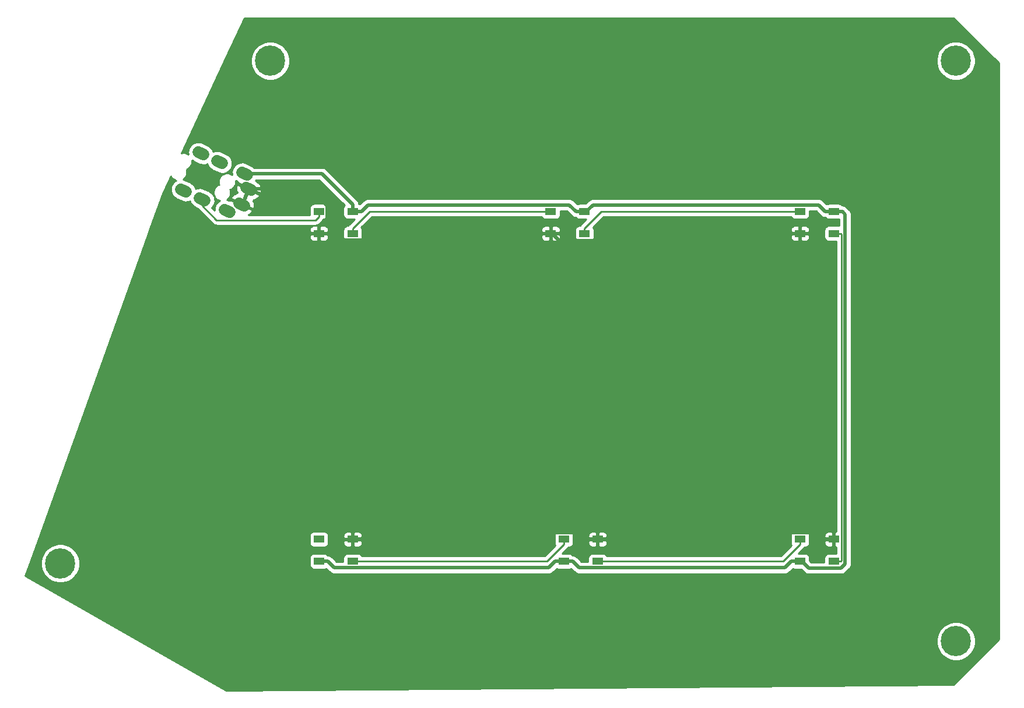
<source format=gbr>
G04 #@! TF.GenerationSoftware,KiCad,Pcbnew,5.1.5+dfsg1-2build2*
G04 #@! TF.CreationDate,2021-01-30T19:33:43+09:00*
G04 #@! TF.ProjectId,rest,72657374-2e6b-4696-9361-645f70636258,rev?*
G04 #@! TF.SameCoordinates,Original*
G04 #@! TF.FileFunction,Copper,L2,Bot*
G04 #@! TF.FilePolarity,Positive*
%FSLAX46Y46*%
G04 Gerber Fmt 4.6, Leading zero omitted, Abs format (unit mm)*
G04 Created by KiCad (PCBNEW 5.1.5+dfsg1-2build2) date 2021-01-30 19:33:43*
%MOMM*%
%LPD*%
G04 APERTURE LIST*
%ADD10C,4.400000*%
%ADD11C,0.700000*%
%ADD12R,1.500000X1.000000*%
%ADD13C,1.700000*%
%ADD14C,0.500000*%
%ADD15C,0.250000*%
%ADD16C,0.254000*%
G04 APERTURE END LIST*
D10*
X77470000Y-26035000D03*
D11*
X79120000Y-26035000D03*
X78636726Y-27201726D03*
X77470000Y-27685000D03*
X76303274Y-27201726D03*
X75820000Y-26035000D03*
X76303274Y-24868274D03*
X77470000Y-24385000D03*
X78636726Y-24868274D03*
D10*
X177005906Y-26035000D03*
D11*
X178655906Y-26035000D03*
X178172632Y-27201726D03*
X177005906Y-27685000D03*
X175839180Y-27201726D03*
X175355906Y-26035000D03*
X175839180Y-24868274D03*
X177005906Y-24385000D03*
X178172632Y-24868274D03*
D10*
X177038000Y-110363000D03*
D11*
X178688000Y-110363000D03*
X178204726Y-111529726D03*
X177038000Y-112013000D03*
X175871274Y-111529726D03*
X175388000Y-110363000D03*
X175871274Y-109196274D03*
X177038000Y-108713000D03*
X178204726Y-109196274D03*
X48156726Y-97893274D03*
X46990000Y-97410000D03*
X45823274Y-97893274D03*
X45340000Y-99060000D03*
X45823274Y-100226726D03*
X46990000Y-100710000D03*
X48156726Y-100226726D03*
X48640000Y-99060000D03*
D10*
X46990000Y-99060000D03*
D12*
X84545000Y-51130000D03*
X84545000Y-47930000D03*
X89445000Y-51130000D03*
X89445000Y-47930000D03*
X118200000Y-51130000D03*
X118200000Y-47930000D03*
X123100000Y-51130000D03*
X123100000Y-47930000D03*
X159295000Y-47930000D03*
X159295000Y-51130000D03*
X154395000Y-47930000D03*
X154395000Y-51130000D03*
X159295000Y-95555000D03*
X159295000Y-98755000D03*
X154395000Y-95555000D03*
X154395000Y-98755000D03*
X125005000Y-95555000D03*
X125005000Y-98755000D03*
X120105000Y-95555000D03*
X120105000Y-98755000D03*
X84545000Y-98755000D03*
X84545000Y-95555000D03*
X89445000Y-98755000D03*
X89445000Y-95555000D03*
D13*
X72956126Y-46709601D02*
X73681762Y-47046429D01*
X73363911Y-42268462D02*
X74089547Y-42605290D01*
X69735734Y-40584319D02*
X70461370Y-40921147D01*
X67014602Y-39321212D02*
X67740238Y-39658040D01*
X67230571Y-45981231D02*
X67956207Y-46318059D01*
X64509439Y-44718124D02*
X65235075Y-45054952D01*
X73987664Y-44487343D02*
X74713300Y-44824171D01*
X70858747Y-47665374D02*
X71584383Y-48002202D01*
D14*
X85745001Y-47069999D02*
X85745001Y-48929999D01*
X83330759Y-44655757D02*
X85745001Y-47069999D01*
X84545000Y-50130000D02*
X84545000Y-51130000D01*
X85745001Y-48929999D02*
X84545000Y-50130000D01*
X74350482Y-44655757D02*
X83330759Y-44655757D01*
X123755000Y-95555000D02*
X125005000Y-95555000D01*
X91645001Y-94604999D02*
X122804999Y-94604999D01*
X90695000Y-95555000D02*
X91645001Y-94604999D01*
X122804999Y-94604999D02*
X123755000Y-95555000D01*
X89445000Y-95555000D02*
X90695000Y-95555000D01*
X158045000Y-95555000D02*
X159295000Y-95555000D01*
X157094999Y-94604999D02*
X158045000Y-95555000D01*
X126255000Y-95555000D02*
X127205001Y-94604999D01*
X125005000Y-95555000D02*
X126255000Y-95555000D01*
X115999999Y-52080001D02*
X116950000Y-51130000D01*
X86745001Y-52080001D02*
X115999999Y-52080001D01*
X85795000Y-51130000D02*
X86745001Y-52080001D01*
X116950000Y-51130000D02*
X118200000Y-51130000D01*
X84545000Y-51130000D02*
X85795000Y-51130000D01*
X153145000Y-51130000D02*
X154395000Y-51130000D01*
X119450000Y-52130000D02*
X152145000Y-52130000D01*
X152145000Y-52130000D02*
X153145000Y-51130000D01*
X118450000Y-51130000D02*
X119450000Y-52130000D01*
X118200000Y-51130000D02*
X118450000Y-51130000D01*
X154315001Y-91984999D02*
X154315001Y-94604999D01*
X154395000Y-91905000D02*
X154315001Y-91984999D01*
X154315001Y-94604999D02*
X157094999Y-94604999D01*
X154395000Y-51130000D02*
X154395000Y-91905000D01*
X127205001Y-94604999D02*
X154315001Y-94604999D01*
D15*
X84545000Y-48680000D02*
X84545000Y-47930000D01*
X84050894Y-49174106D02*
X84545000Y-48680000D01*
X69680740Y-49174106D02*
X84050894Y-49174106D01*
X67593389Y-47086755D02*
X69680740Y-49174106D01*
X67593389Y-46149645D02*
X67593389Y-47086755D01*
D14*
X89445000Y-46930000D02*
X89445000Y-47930000D01*
X84951876Y-42436876D02*
X89445000Y-46930000D01*
X73726729Y-42436876D02*
X84951876Y-42436876D01*
X121850000Y-47930000D02*
X123100000Y-47930000D01*
X120899999Y-46979999D02*
X121850000Y-47930000D01*
X91645001Y-46979999D02*
X120899999Y-46979999D01*
X90695000Y-47930000D02*
X91645001Y-46979999D01*
X89445000Y-47930000D02*
X90695000Y-47930000D01*
X157094999Y-46979999D02*
X158045000Y-47930000D01*
X124300001Y-46979999D02*
X157094999Y-46979999D01*
X123350000Y-47930000D02*
X124300001Y-46979999D01*
X158045000Y-47930000D02*
X159295000Y-47930000D01*
X123100000Y-47930000D02*
X123350000Y-47930000D01*
X152194999Y-99705001D02*
X122305001Y-99705001D01*
X121355000Y-98755000D02*
X120105000Y-98755000D01*
X153145000Y-98755000D02*
X152194999Y-99705001D01*
X122305001Y-99705001D02*
X121355000Y-98755000D01*
X154395000Y-98755000D02*
X153145000Y-98755000D01*
X85795000Y-98755000D02*
X84545000Y-98755000D01*
X86745001Y-99705001D02*
X85795000Y-98755000D01*
X117904999Y-99705001D02*
X86745001Y-99705001D01*
X118855000Y-98755000D02*
X117904999Y-99705001D01*
X120105000Y-98755000D02*
X118855000Y-98755000D01*
X160545000Y-47930000D02*
X159295000Y-47930000D01*
X160945011Y-48330011D02*
X160545000Y-47930000D01*
X160945011Y-99164991D02*
X160945011Y-48330011D01*
X160355002Y-99755000D02*
X160945011Y-99164991D01*
X155645000Y-99755000D02*
X160355002Y-99755000D01*
X154645000Y-98755000D02*
X155645000Y-99755000D01*
X154395000Y-98755000D02*
X154645000Y-98755000D01*
D15*
X89445000Y-50380000D02*
X89445000Y-51130000D01*
X91895000Y-47930000D02*
X89445000Y-50380000D01*
X118200000Y-47930000D02*
X91895000Y-47930000D01*
X160295000Y-98755000D02*
X159295000Y-98755000D01*
X160370001Y-98679999D02*
X160295000Y-98755000D01*
X160370001Y-51205001D02*
X160370001Y-98679999D01*
X160295000Y-51130000D02*
X160370001Y-51205001D01*
X159295000Y-51130000D02*
X160295000Y-51130000D01*
X126005000Y-98755000D02*
X125005000Y-98755000D01*
X151945000Y-98755000D02*
X126005000Y-98755000D01*
X154395000Y-96305000D02*
X151945000Y-98755000D01*
X154395000Y-95555000D02*
X154395000Y-96305000D01*
X90445000Y-98755000D02*
X89445000Y-98755000D01*
X117655000Y-98755000D02*
X90445000Y-98755000D01*
X120105000Y-96305000D02*
X117655000Y-98755000D01*
X120105000Y-95555000D02*
X120105000Y-96305000D01*
X123100000Y-50380000D02*
X123100000Y-51130000D01*
X125550000Y-47930000D02*
X123100000Y-50380000D01*
X154395000Y-47930000D02*
X125550000Y-47930000D01*
D16*
G36*
X183288000Y-26371594D02*
G01*
X183288001Y-110060775D01*
X176697010Y-116720251D01*
X71041404Y-117494885D01*
X58070320Y-110083777D01*
X174203000Y-110083777D01*
X174203000Y-110642223D01*
X174311948Y-111189939D01*
X174525656Y-111705876D01*
X174835912Y-112170207D01*
X175230793Y-112565088D01*
X175695124Y-112875344D01*
X176211061Y-113089052D01*
X176758777Y-113198000D01*
X177317223Y-113198000D01*
X177864939Y-113089052D01*
X178380876Y-112875344D01*
X178845207Y-112565088D01*
X179240088Y-112170207D01*
X179550344Y-111705876D01*
X179764052Y-111189939D01*
X179873000Y-110642223D01*
X179873000Y-110083777D01*
X179764052Y-109536061D01*
X179550344Y-109020124D01*
X179240088Y-108555793D01*
X178845207Y-108160912D01*
X178380876Y-107850656D01*
X177864939Y-107636948D01*
X177317223Y-107528000D01*
X176758777Y-107528000D01*
X176211061Y-107636948D01*
X175695124Y-107850656D01*
X175230793Y-108160912D01*
X174835912Y-108555793D01*
X174525656Y-109020124D01*
X174311948Y-109536061D01*
X174203000Y-110083777D01*
X58070320Y-110083777D01*
X41901046Y-100845364D01*
X42642844Y-98780777D01*
X44155000Y-98780777D01*
X44155000Y-99339223D01*
X44263948Y-99886939D01*
X44477656Y-100402876D01*
X44787912Y-100867207D01*
X45182793Y-101262088D01*
X45647124Y-101572344D01*
X46163061Y-101786052D01*
X46710777Y-101895000D01*
X47269223Y-101895000D01*
X47816939Y-101786052D01*
X48332876Y-101572344D01*
X48797207Y-101262088D01*
X49192088Y-100867207D01*
X49502344Y-100402876D01*
X49716052Y-99886939D01*
X49825000Y-99339223D01*
X49825000Y-98780777D01*
X49716052Y-98233061D01*
X49502344Y-97717124D01*
X49192088Y-97252793D01*
X48797207Y-96857912D01*
X48332876Y-96547656D01*
X47816939Y-96333948D01*
X47269223Y-96225000D01*
X46710777Y-96225000D01*
X46163061Y-96333948D01*
X45647124Y-96547656D01*
X45182793Y-96857912D01*
X44787912Y-97252793D01*
X44477656Y-97717124D01*
X44263948Y-98233061D01*
X44155000Y-98780777D01*
X42642844Y-98780777D01*
X43981502Y-95055000D01*
X83156928Y-95055000D01*
X83156928Y-96055000D01*
X83169188Y-96179482D01*
X83205498Y-96299180D01*
X83264463Y-96409494D01*
X83343815Y-96506185D01*
X83440506Y-96585537D01*
X83550820Y-96644502D01*
X83670518Y-96680812D01*
X83795000Y-96693072D01*
X85295000Y-96693072D01*
X85419482Y-96680812D01*
X85539180Y-96644502D01*
X85649494Y-96585537D01*
X85746185Y-96506185D01*
X85825537Y-96409494D01*
X85884502Y-96299180D01*
X85920812Y-96179482D01*
X85933072Y-96055000D01*
X88056928Y-96055000D01*
X88069188Y-96179482D01*
X88105498Y-96299180D01*
X88164463Y-96409494D01*
X88243815Y-96506185D01*
X88340506Y-96585537D01*
X88450820Y-96644502D01*
X88570518Y-96680812D01*
X88695000Y-96693072D01*
X89159250Y-96690000D01*
X89318000Y-96531250D01*
X89318000Y-95682000D01*
X89572000Y-95682000D01*
X89572000Y-96531250D01*
X89730750Y-96690000D01*
X90195000Y-96693072D01*
X90319482Y-96680812D01*
X90439180Y-96644502D01*
X90549494Y-96585537D01*
X90646185Y-96506185D01*
X90725537Y-96409494D01*
X90784502Y-96299180D01*
X90820812Y-96179482D01*
X90833072Y-96055000D01*
X90830000Y-95840750D01*
X90671250Y-95682000D01*
X89572000Y-95682000D01*
X89318000Y-95682000D01*
X88218750Y-95682000D01*
X88060000Y-95840750D01*
X88056928Y-96055000D01*
X85933072Y-96055000D01*
X85933072Y-95055000D01*
X88056928Y-95055000D01*
X88060000Y-95269250D01*
X88218750Y-95428000D01*
X89318000Y-95428000D01*
X89318000Y-94578750D01*
X89572000Y-94578750D01*
X89572000Y-95428000D01*
X90671250Y-95428000D01*
X90830000Y-95269250D01*
X90833072Y-95055000D01*
X90820812Y-94930518D01*
X90784502Y-94810820D01*
X90725537Y-94700506D01*
X90646185Y-94603815D01*
X90549494Y-94524463D01*
X90439180Y-94465498D01*
X90319482Y-94429188D01*
X90195000Y-94416928D01*
X89730750Y-94420000D01*
X89572000Y-94578750D01*
X89318000Y-94578750D01*
X89159250Y-94420000D01*
X88695000Y-94416928D01*
X88570518Y-94429188D01*
X88450820Y-94465498D01*
X88340506Y-94524463D01*
X88243815Y-94603815D01*
X88164463Y-94700506D01*
X88105498Y-94810820D01*
X88069188Y-94930518D01*
X88056928Y-95055000D01*
X85933072Y-95055000D01*
X85920812Y-94930518D01*
X85884502Y-94810820D01*
X85825537Y-94700506D01*
X85746185Y-94603815D01*
X85649494Y-94524463D01*
X85539180Y-94465498D01*
X85419482Y-94429188D01*
X85295000Y-94416928D01*
X83795000Y-94416928D01*
X83670518Y-94429188D01*
X83550820Y-94465498D01*
X83440506Y-94524463D01*
X83343815Y-94603815D01*
X83264463Y-94700506D01*
X83205498Y-94810820D01*
X83169188Y-94930518D01*
X83156928Y-95055000D01*
X43981502Y-95055000D01*
X59583950Y-51630000D01*
X83156928Y-51630000D01*
X83169188Y-51754482D01*
X83205498Y-51874180D01*
X83264463Y-51984494D01*
X83343815Y-52081185D01*
X83440506Y-52160537D01*
X83550820Y-52219502D01*
X83670518Y-52255812D01*
X83795000Y-52268072D01*
X84259250Y-52265000D01*
X84418000Y-52106250D01*
X84418000Y-51257000D01*
X84672000Y-51257000D01*
X84672000Y-52106250D01*
X84830750Y-52265000D01*
X85295000Y-52268072D01*
X85419482Y-52255812D01*
X85539180Y-52219502D01*
X85649494Y-52160537D01*
X85746185Y-52081185D01*
X85825537Y-51984494D01*
X85884502Y-51874180D01*
X85920812Y-51754482D01*
X85933072Y-51630000D01*
X85930000Y-51415750D01*
X85771250Y-51257000D01*
X84672000Y-51257000D01*
X84418000Y-51257000D01*
X83318750Y-51257000D01*
X83160000Y-51415750D01*
X83156928Y-51630000D01*
X59583950Y-51630000D01*
X59943246Y-50630000D01*
X83156928Y-50630000D01*
X83160000Y-50844250D01*
X83318750Y-51003000D01*
X84418000Y-51003000D01*
X84418000Y-50153750D01*
X84672000Y-50153750D01*
X84672000Y-51003000D01*
X85771250Y-51003000D01*
X85930000Y-50844250D01*
X85933072Y-50630000D01*
X85920812Y-50505518D01*
X85884502Y-50385820D01*
X85825537Y-50275506D01*
X85746185Y-50178815D01*
X85649494Y-50099463D01*
X85539180Y-50040498D01*
X85419482Y-50004188D01*
X85295000Y-49991928D01*
X84830750Y-49995000D01*
X84672000Y-50153750D01*
X84418000Y-50153750D01*
X84259250Y-49995000D01*
X83795000Y-49991928D01*
X83670518Y-50004188D01*
X83550820Y-50040498D01*
X83440506Y-50099463D01*
X83343815Y-50178815D01*
X83264463Y-50275506D01*
X83205498Y-50385820D01*
X83169188Y-50505518D01*
X83156928Y-50630000D01*
X59943246Y-50630000D01*
X61852621Y-45315797D01*
X63022128Y-42791535D01*
X63029310Y-42808873D01*
X63164466Y-43011148D01*
X63336486Y-43183168D01*
X63538761Y-43318324D01*
X63763517Y-43411421D01*
X63789548Y-43416599D01*
X63733108Y-43443792D01*
X63499414Y-43619733D01*
X63304536Y-43837884D01*
X63155961Y-44089863D01*
X63059400Y-44365985D01*
X63018564Y-44655640D01*
X63035020Y-44947696D01*
X63108138Y-45230929D01*
X63235107Y-45494455D01*
X63411048Y-45728149D01*
X63629199Y-45923027D01*
X63818034Y-46034370D01*
X64676006Y-46432627D01*
X64882935Y-46504991D01*
X65172589Y-46545827D01*
X65464646Y-46529371D01*
X65747879Y-46456253D01*
X65811592Y-46425556D01*
X65829270Y-46494036D01*
X65956239Y-46757562D01*
X66132180Y-46991256D01*
X66350331Y-47186134D01*
X66539166Y-47297477D01*
X66944947Y-47485834D01*
X66958415Y-47511031D01*
X67025186Y-47592391D01*
X67053389Y-47626756D01*
X67082387Y-47650554D01*
X69116941Y-49685109D01*
X69140739Y-49714107D01*
X69169737Y-49737905D01*
X69256463Y-49809080D01*
X69368561Y-49868998D01*
X69388493Y-49879652D01*
X69531754Y-49923109D01*
X69643407Y-49934106D01*
X69643416Y-49934106D01*
X69680739Y-49937782D01*
X69718062Y-49934106D01*
X84013572Y-49934106D01*
X84050894Y-49937782D01*
X84088216Y-49934106D01*
X84088227Y-49934106D01*
X84199880Y-49923109D01*
X84343141Y-49879652D01*
X84475170Y-49809080D01*
X84590895Y-49714107D01*
X84614697Y-49685104D01*
X85056003Y-49243798D01*
X85085001Y-49220001D01*
X85179974Y-49104276D01*
X85199326Y-49068072D01*
X85295000Y-49068072D01*
X85419482Y-49055812D01*
X85539180Y-49019502D01*
X85649494Y-48960537D01*
X85746185Y-48881185D01*
X85825537Y-48784494D01*
X85884502Y-48674180D01*
X85920812Y-48554482D01*
X85933072Y-48430000D01*
X85933072Y-47430000D01*
X85920812Y-47305518D01*
X85884502Y-47185820D01*
X85825537Y-47075506D01*
X85746185Y-46978815D01*
X85649494Y-46899463D01*
X85539180Y-46840498D01*
X85419482Y-46804188D01*
X85295000Y-46791928D01*
X83795000Y-46791928D01*
X83670518Y-46804188D01*
X83550820Y-46840498D01*
X83440506Y-46899463D01*
X83343815Y-46978815D01*
X83264463Y-47075506D01*
X83205498Y-47185820D01*
X83169188Y-47305518D01*
X83156928Y-47430000D01*
X83156928Y-48414106D01*
X74263657Y-48414106D01*
X74311362Y-48397341D01*
X74562814Y-48248555D01*
X74780407Y-48053571D01*
X74838980Y-47977057D01*
X74825729Y-47717456D01*
X73380667Y-47046681D01*
X73372246Y-47064822D01*
X73141857Y-46957879D01*
X73150278Y-46939738D01*
X72884337Y-46816292D01*
X73487610Y-46816292D01*
X74932672Y-47487067D01*
X75139507Y-47329627D01*
X75160142Y-47235503D01*
X75168622Y-46943453D01*
X75119963Y-46655359D01*
X75016034Y-46382294D01*
X74956731Y-46287709D01*
X75067252Y-46271954D01*
X75342900Y-46175083D01*
X75594352Y-46026297D01*
X75811945Y-45831313D01*
X75870518Y-45754799D01*
X75857267Y-45495198D01*
X74412205Y-44824423D01*
X73840438Y-46056189D01*
X73487610Y-46816292D01*
X72884337Y-46816292D01*
X71705216Y-46268963D01*
X71581055Y-46363473D01*
X71417814Y-46287699D01*
X71210886Y-46215335D01*
X71146769Y-46206296D01*
X71260328Y-46130418D01*
X71432348Y-45958398D01*
X71552236Y-45778973D01*
X71798908Y-45778973D01*
X71812159Y-46038574D01*
X73257221Y-46709349D01*
X73610049Y-45949246D01*
X73616573Y-45935192D01*
X73828988Y-45477583D01*
X74181816Y-44717480D01*
X72736754Y-44046705D01*
X72529919Y-44204145D01*
X72509284Y-44298269D01*
X72500804Y-44590319D01*
X72549463Y-44878413D01*
X72653392Y-45151478D01*
X72712695Y-45246063D01*
X72602174Y-45261818D01*
X72326526Y-45358689D01*
X72075074Y-45507475D01*
X71857481Y-45702459D01*
X71798908Y-45778973D01*
X71552236Y-45778973D01*
X71567504Y-45756123D01*
X71660601Y-45531367D01*
X71708061Y-45292768D01*
X71708061Y-45049494D01*
X71660601Y-44810895D01*
X71633366Y-44745143D01*
X71794866Y-44678247D01*
X71997141Y-44543091D01*
X72169161Y-44371071D01*
X72304317Y-44168796D01*
X72397414Y-43944040D01*
X72444874Y-43705441D01*
X72444874Y-43462167D01*
X72439199Y-43433638D01*
X72483671Y-43473365D01*
X72672506Y-43584708D01*
X72835743Y-43660480D01*
X72843697Y-43816316D01*
X74288759Y-44487091D01*
X74297180Y-44468950D01*
X74527569Y-44575893D01*
X74519148Y-44594034D01*
X75964210Y-45264809D01*
X76171045Y-45107369D01*
X76191680Y-45013245D01*
X76200160Y-44721195D01*
X76151501Y-44433101D01*
X76047572Y-44160036D01*
X75892368Y-43912494D01*
X75691853Y-43699988D01*
X75453732Y-43530683D01*
X75307775Y-43462932D01*
X75390945Y-43321876D01*
X84585298Y-43321876D01*
X88243103Y-46979682D01*
X88164463Y-47075506D01*
X88105498Y-47185820D01*
X88069188Y-47305518D01*
X88056928Y-47430000D01*
X88056928Y-48430000D01*
X88069188Y-48554482D01*
X88105498Y-48674180D01*
X88164463Y-48784494D01*
X88243815Y-48881185D01*
X88340506Y-48960537D01*
X88450820Y-49019502D01*
X88570518Y-49055812D01*
X88695000Y-49068072D01*
X89682127Y-49068072D01*
X88934003Y-49816196D01*
X88904999Y-49839999D01*
X88872457Y-49879652D01*
X88810026Y-49955724D01*
X88790674Y-49991928D01*
X88695000Y-49991928D01*
X88570518Y-50004188D01*
X88450820Y-50040498D01*
X88340506Y-50099463D01*
X88243815Y-50178815D01*
X88164463Y-50275506D01*
X88105498Y-50385820D01*
X88069188Y-50505518D01*
X88056928Y-50630000D01*
X88056928Y-51630000D01*
X88069188Y-51754482D01*
X88105498Y-51874180D01*
X88164463Y-51984494D01*
X88243815Y-52081185D01*
X88340506Y-52160537D01*
X88450820Y-52219502D01*
X88570518Y-52255812D01*
X88695000Y-52268072D01*
X90195000Y-52268072D01*
X90319482Y-52255812D01*
X90439180Y-52219502D01*
X90549494Y-52160537D01*
X90646185Y-52081185D01*
X90725537Y-51984494D01*
X90784502Y-51874180D01*
X90820812Y-51754482D01*
X90833072Y-51630000D01*
X116811928Y-51630000D01*
X116824188Y-51754482D01*
X116860498Y-51874180D01*
X116919463Y-51984494D01*
X116998815Y-52081185D01*
X117095506Y-52160537D01*
X117205820Y-52219502D01*
X117325518Y-52255812D01*
X117450000Y-52268072D01*
X117914250Y-52265000D01*
X118073000Y-52106250D01*
X118073000Y-51257000D01*
X118327000Y-51257000D01*
X118327000Y-52106250D01*
X118485750Y-52265000D01*
X118950000Y-52268072D01*
X119074482Y-52255812D01*
X119194180Y-52219502D01*
X119304494Y-52160537D01*
X119401185Y-52081185D01*
X119480537Y-51984494D01*
X119539502Y-51874180D01*
X119575812Y-51754482D01*
X119588072Y-51630000D01*
X119585000Y-51415750D01*
X119426250Y-51257000D01*
X118327000Y-51257000D01*
X118073000Y-51257000D01*
X116973750Y-51257000D01*
X116815000Y-51415750D01*
X116811928Y-51630000D01*
X90833072Y-51630000D01*
X90833072Y-50630000D01*
X116811928Y-50630000D01*
X116815000Y-50844250D01*
X116973750Y-51003000D01*
X118073000Y-51003000D01*
X118073000Y-50153750D01*
X118327000Y-50153750D01*
X118327000Y-51003000D01*
X119426250Y-51003000D01*
X119585000Y-50844250D01*
X119588072Y-50630000D01*
X119575812Y-50505518D01*
X119539502Y-50385820D01*
X119480537Y-50275506D01*
X119401185Y-50178815D01*
X119304494Y-50099463D01*
X119194180Y-50040498D01*
X119074482Y-50004188D01*
X118950000Y-49991928D01*
X118485750Y-49995000D01*
X118327000Y-50153750D01*
X118073000Y-50153750D01*
X117914250Y-49995000D01*
X117450000Y-49991928D01*
X117325518Y-50004188D01*
X117205820Y-50040498D01*
X117095506Y-50099463D01*
X116998815Y-50178815D01*
X116919463Y-50275506D01*
X116860498Y-50385820D01*
X116824188Y-50505518D01*
X116811928Y-50630000D01*
X90833072Y-50630000D01*
X90820812Y-50505518D01*
X90784502Y-50385820D01*
X90725537Y-50275506D01*
X90679902Y-50219899D01*
X92209802Y-48690000D01*
X116868954Y-48690000D01*
X116919463Y-48784494D01*
X116998815Y-48881185D01*
X117095506Y-48960537D01*
X117205820Y-49019502D01*
X117325518Y-49055812D01*
X117450000Y-49068072D01*
X118950000Y-49068072D01*
X119074482Y-49055812D01*
X119194180Y-49019502D01*
X119304494Y-48960537D01*
X119401185Y-48881185D01*
X119480537Y-48784494D01*
X119539502Y-48674180D01*
X119575812Y-48554482D01*
X119588072Y-48430000D01*
X119588072Y-47864999D01*
X120533421Y-47864999D01*
X121193470Y-48525049D01*
X121221183Y-48558817D01*
X121254951Y-48586530D01*
X121254953Y-48586532D01*
X121308483Y-48630463D01*
X121355941Y-48669411D01*
X121509687Y-48751589D01*
X121676510Y-48802195D01*
X121806523Y-48815000D01*
X121806533Y-48815000D01*
X121847837Y-48819068D01*
X121898815Y-48881185D01*
X121995506Y-48960537D01*
X122105820Y-49019502D01*
X122225518Y-49055812D01*
X122350000Y-49068072D01*
X123337127Y-49068072D01*
X122589003Y-49816196D01*
X122559999Y-49839999D01*
X122527457Y-49879652D01*
X122465026Y-49955724D01*
X122445674Y-49991928D01*
X122350000Y-49991928D01*
X122225518Y-50004188D01*
X122105820Y-50040498D01*
X121995506Y-50099463D01*
X121898815Y-50178815D01*
X121819463Y-50275506D01*
X121760498Y-50385820D01*
X121724188Y-50505518D01*
X121711928Y-50630000D01*
X121711928Y-51630000D01*
X121724188Y-51754482D01*
X121760498Y-51874180D01*
X121819463Y-51984494D01*
X121898815Y-52081185D01*
X121995506Y-52160537D01*
X122105820Y-52219502D01*
X122225518Y-52255812D01*
X122350000Y-52268072D01*
X123850000Y-52268072D01*
X123974482Y-52255812D01*
X124094180Y-52219502D01*
X124204494Y-52160537D01*
X124301185Y-52081185D01*
X124380537Y-51984494D01*
X124439502Y-51874180D01*
X124475812Y-51754482D01*
X124488072Y-51630000D01*
X153006928Y-51630000D01*
X153019188Y-51754482D01*
X153055498Y-51874180D01*
X153114463Y-51984494D01*
X153193815Y-52081185D01*
X153290506Y-52160537D01*
X153400820Y-52219502D01*
X153520518Y-52255812D01*
X153645000Y-52268072D01*
X154109250Y-52265000D01*
X154268000Y-52106250D01*
X154268000Y-51257000D01*
X154522000Y-51257000D01*
X154522000Y-52106250D01*
X154680750Y-52265000D01*
X155145000Y-52268072D01*
X155269482Y-52255812D01*
X155389180Y-52219502D01*
X155499494Y-52160537D01*
X155596185Y-52081185D01*
X155675537Y-51984494D01*
X155734502Y-51874180D01*
X155770812Y-51754482D01*
X155783072Y-51630000D01*
X155780000Y-51415750D01*
X155621250Y-51257000D01*
X154522000Y-51257000D01*
X154268000Y-51257000D01*
X153168750Y-51257000D01*
X153010000Y-51415750D01*
X153006928Y-51630000D01*
X124488072Y-51630000D01*
X124488072Y-50630000D01*
X153006928Y-50630000D01*
X153010000Y-50844250D01*
X153168750Y-51003000D01*
X154268000Y-51003000D01*
X154268000Y-50153750D01*
X154522000Y-50153750D01*
X154522000Y-51003000D01*
X155621250Y-51003000D01*
X155780000Y-50844250D01*
X155783072Y-50630000D01*
X155770812Y-50505518D01*
X155734502Y-50385820D01*
X155675537Y-50275506D01*
X155596185Y-50178815D01*
X155499494Y-50099463D01*
X155389180Y-50040498D01*
X155269482Y-50004188D01*
X155145000Y-49991928D01*
X154680750Y-49995000D01*
X154522000Y-50153750D01*
X154268000Y-50153750D01*
X154109250Y-49995000D01*
X153645000Y-49991928D01*
X153520518Y-50004188D01*
X153400820Y-50040498D01*
X153290506Y-50099463D01*
X153193815Y-50178815D01*
X153114463Y-50275506D01*
X153055498Y-50385820D01*
X153019188Y-50505518D01*
X153006928Y-50630000D01*
X124488072Y-50630000D01*
X124475812Y-50505518D01*
X124439502Y-50385820D01*
X124380537Y-50275506D01*
X124334902Y-50219899D01*
X125864802Y-48690000D01*
X153063954Y-48690000D01*
X153114463Y-48784494D01*
X153193815Y-48881185D01*
X153290506Y-48960537D01*
X153400820Y-49019502D01*
X153520518Y-49055812D01*
X153645000Y-49068072D01*
X155145000Y-49068072D01*
X155269482Y-49055812D01*
X155389180Y-49019502D01*
X155499494Y-48960537D01*
X155596185Y-48881185D01*
X155675537Y-48784494D01*
X155734502Y-48674180D01*
X155770812Y-48554482D01*
X155783072Y-48430000D01*
X155783072Y-47864999D01*
X156728421Y-47864999D01*
X157388470Y-48525049D01*
X157416183Y-48558817D01*
X157449951Y-48586530D01*
X157449953Y-48586532D01*
X157503483Y-48630463D01*
X157550941Y-48669411D01*
X157704687Y-48751589D01*
X157871510Y-48802195D01*
X158001523Y-48815000D01*
X158001533Y-48815000D01*
X158042837Y-48819068D01*
X158093815Y-48881185D01*
X158190506Y-48960537D01*
X158300820Y-49019502D01*
X158420518Y-49055812D01*
X158545000Y-49068072D01*
X160045000Y-49068072D01*
X160060012Y-49066593D01*
X160060012Y-49993407D01*
X160045000Y-49991928D01*
X158545000Y-49991928D01*
X158420518Y-50004188D01*
X158300820Y-50040498D01*
X158190506Y-50099463D01*
X158093815Y-50178815D01*
X158014463Y-50275506D01*
X157955498Y-50385820D01*
X157919188Y-50505518D01*
X157906928Y-50630000D01*
X157906928Y-51630000D01*
X157919188Y-51754482D01*
X157955498Y-51874180D01*
X158014463Y-51984494D01*
X158093815Y-52081185D01*
X158190506Y-52160537D01*
X158300820Y-52219502D01*
X158420518Y-52255812D01*
X158545000Y-52268072D01*
X159610001Y-52268072D01*
X159610002Y-94419806D01*
X159580750Y-94420000D01*
X159422000Y-94578750D01*
X159422000Y-95428000D01*
X159442000Y-95428000D01*
X159442000Y-95682000D01*
X159422000Y-95682000D01*
X159422000Y-96531250D01*
X159580750Y-96690000D01*
X159610002Y-96690194D01*
X159610002Y-97616928D01*
X158545000Y-97616928D01*
X158420518Y-97629188D01*
X158300820Y-97665498D01*
X158190506Y-97724463D01*
X158093815Y-97803815D01*
X158014463Y-97900506D01*
X157955498Y-98010820D01*
X157919188Y-98130518D01*
X157906928Y-98255000D01*
X157906928Y-98870000D01*
X156011579Y-98870000D01*
X155783072Y-98641493D01*
X155783072Y-98255000D01*
X155770812Y-98130518D01*
X155734502Y-98010820D01*
X155675537Y-97900506D01*
X155596185Y-97803815D01*
X155499494Y-97724463D01*
X155389180Y-97665498D01*
X155269482Y-97629188D01*
X155145000Y-97616928D01*
X154157874Y-97616928D01*
X154906003Y-96868799D01*
X154935001Y-96845001D01*
X155029974Y-96729276D01*
X155049326Y-96693072D01*
X155145000Y-96693072D01*
X155269482Y-96680812D01*
X155389180Y-96644502D01*
X155499494Y-96585537D01*
X155596185Y-96506185D01*
X155675537Y-96409494D01*
X155734502Y-96299180D01*
X155770812Y-96179482D01*
X155783072Y-96055000D01*
X157906928Y-96055000D01*
X157919188Y-96179482D01*
X157955498Y-96299180D01*
X158014463Y-96409494D01*
X158093815Y-96506185D01*
X158190506Y-96585537D01*
X158300820Y-96644502D01*
X158420518Y-96680812D01*
X158545000Y-96693072D01*
X159009250Y-96690000D01*
X159168000Y-96531250D01*
X159168000Y-95682000D01*
X158068750Y-95682000D01*
X157910000Y-95840750D01*
X157906928Y-96055000D01*
X155783072Y-96055000D01*
X155783072Y-95055000D01*
X157906928Y-95055000D01*
X157910000Y-95269250D01*
X158068750Y-95428000D01*
X159168000Y-95428000D01*
X159168000Y-94578750D01*
X159009250Y-94420000D01*
X158545000Y-94416928D01*
X158420518Y-94429188D01*
X158300820Y-94465498D01*
X158190506Y-94524463D01*
X158093815Y-94603815D01*
X158014463Y-94700506D01*
X157955498Y-94810820D01*
X157919188Y-94930518D01*
X157906928Y-95055000D01*
X155783072Y-95055000D01*
X155770812Y-94930518D01*
X155734502Y-94810820D01*
X155675537Y-94700506D01*
X155596185Y-94603815D01*
X155499494Y-94524463D01*
X155389180Y-94465498D01*
X155269482Y-94429188D01*
X155145000Y-94416928D01*
X153645000Y-94416928D01*
X153520518Y-94429188D01*
X153400820Y-94465498D01*
X153290506Y-94524463D01*
X153193815Y-94603815D01*
X153114463Y-94700506D01*
X153055498Y-94810820D01*
X153019188Y-94930518D01*
X153006928Y-95055000D01*
X153006928Y-96055000D01*
X153019188Y-96179482D01*
X153055498Y-96299180D01*
X153114463Y-96409494D01*
X153160098Y-96465100D01*
X151630199Y-97995000D01*
X126336046Y-97995000D01*
X126285537Y-97900506D01*
X126206185Y-97803815D01*
X126109494Y-97724463D01*
X125999180Y-97665498D01*
X125879482Y-97629188D01*
X125755000Y-97616928D01*
X124255000Y-97616928D01*
X124130518Y-97629188D01*
X124010820Y-97665498D01*
X123900506Y-97724463D01*
X123803815Y-97803815D01*
X123724463Y-97900506D01*
X123665498Y-98010820D01*
X123629188Y-98130518D01*
X123616928Y-98255000D01*
X123616928Y-98820001D01*
X122671580Y-98820001D01*
X122011534Y-98159956D01*
X121983817Y-98126183D01*
X121849059Y-98015589D01*
X121695313Y-97933411D01*
X121528490Y-97882805D01*
X121398477Y-97870000D01*
X121398469Y-97870000D01*
X121357163Y-97865932D01*
X121306185Y-97803815D01*
X121209494Y-97724463D01*
X121099180Y-97665498D01*
X120979482Y-97629188D01*
X120855000Y-97616928D01*
X119867874Y-97616928D01*
X120616003Y-96868799D01*
X120645001Y-96845001D01*
X120739974Y-96729276D01*
X120759326Y-96693072D01*
X120855000Y-96693072D01*
X120979482Y-96680812D01*
X121099180Y-96644502D01*
X121209494Y-96585537D01*
X121306185Y-96506185D01*
X121385537Y-96409494D01*
X121444502Y-96299180D01*
X121480812Y-96179482D01*
X121493072Y-96055000D01*
X123616928Y-96055000D01*
X123629188Y-96179482D01*
X123665498Y-96299180D01*
X123724463Y-96409494D01*
X123803815Y-96506185D01*
X123900506Y-96585537D01*
X124010820Y-96644502D01*
X124130518Y-96680812D01*
X124255000Y-96693072D01*
X124719250Y-96690000D01*
X124878000Y-96531250D01*
X124878000Y-95682000D01*
X125132000Y-95682000D01*
X125132000Y-96531250D01*
X125290750Y-96690000D01*
X125755000Y-96693072D01*
X125879482Y-96680812D01*
X125999180Y-96644502D01*
X126109494Y-96585537D01*
X126206185Y-96506185D01*
X126285537Y-96409494D01*
X126344502Y-96299180D01*
X126380812Y-96179482D01*
X126393072Y-96055000D01*
X126390000Y-95840750D01*
X126231250Y-95682000D01*
X125132000Y-95682000D01*
X124878000Y-95682000D01*
X123778750Y-95682000D01*
X123620000Y-95840750D01*
X123616928Y-96055000D01*
X121493072Y-96055000D01*
X121493072Y-95055000D01*
X123616928Y-95055000D01*
X123620000Y-95269250D01*
X123778750Y-95428000D01*
X124878000Y-95428000D01*
X124878000Y-94578750D01*
X125132000Y-94578750D01*
X125132000Y-95428000D01*
X126231250Y-95428000D01*
X126390000Y-95269250D01*
X126393072Y-95055000D01*
X126380812Y-94930518D01*
X126344502Y-94810820D01*
X126285537Y-94700506D01*
X126206185Y-94603815D01*
X126109494Y-94524463D01*
X125999180Y-94465498D01*
X125879482Y-94429188D01*
X125755000Y-94416928D01*
X125290750Y-94420000D01*
X125132000Y-94578750D01*
X124878000Y-94578750D01*
X124719250Y-94420000D01*
X124255000Y-94416928D01*
X124130518Y-94429188D01*
X124010820Y-94465498D01*
X123900506Y-94524463D01*
X123803815Y-94603815D01*
X123724463Y-94700506D01*
X123665498Y-94810820D01*
X123629188Y-94930518D01*
X123616928Y-95055000D01*
X121493072Y-95055000D01*
X121480812Y-94930518D01*
X121444502Y-94810820D01*
X121385537Y-94700506D01*
X121306185Y-94603815D01*
X121209494Y-94524463D01*
X121099180Y-94465498D01*
X120979482Y-94429188D01*
X120855000Y-94416928D01*
X119355000Y-94416928D01*
X119230518Y-94429188D01*
X119110820Y-94465498D01*
X119000506Y-94524463D01*
X118903815Y-94603815D01*
X118824463Y-94700506D01*
X118765498Y-94810820D01*
X118729188Y-94930518D01*
X118716928Y-95055000D01*
X118716928Y-96055000D01*
X118729188Y-96179482D01*
X118765498Y-96299180D01*
X118824463Y-96409494D01*
X118870098Y-96465100D01*
X117340199Y-97995000D01*
X90776046Y-97995000D01*
X90725537Y-97900506D01*
X90646185Y-97803815D01*
X90549494Y-97724463D01*
X90439180Y-97665498D01*
X90319482Y-97629188D01*
X90195000Y-97616928D01*
X88695000Y-97616928D01*
X88570518Y-97629188D01*
X88450820Y-97665498D01*
X88340506Y-97724463D01*
X88243815Y-97803815D01*
X88164463Y-97900506D01*
X88105498Y-98010820D01*
X88069188Y-98130518D01*
X88056928Y-98255000D01*
X88056928Y-98820001D01*
X87111580Y-98820001D01*
X86451534Y-98159956D01*
X86423817Y-98126183D01*
X86289059Y-98015589D01*
X86135313Y-97933411D01*
X85968490Y-97882805D01*
X85838477Y-97870000D01*
X85838469Y-97870000D01*
X85797163Y-97865932D01*
X85746185Y-97803815D01*
X85649494Y-97724463D01*
X85539180Y-97665498D01*
X85419482Y-97629188D01*
X85295000Y-97616928D01*
X83795000Y-97616928D01*
X83670518Y-97629188D01*
X83550820Y-97665498D01*
X83440506Y-97724463D01*
X83343815Y-97803815D01*
X83264463Y-97900506D01*
X83205498Y-98010820D01*
X83169188Y-98130518D01*
X83156928Y-98255000D01*
X83156928Y-99255000D01*
X83169188Y-99379482D01*
X83205498Y-99499180D01*
X83264463Y-99609494D01*
X83343815Y-99706185D01*
X83440506Y-99785537D01*
X83550820Y-99844502D01*
X83670518Y-99880812D01*
X83795000Y-99893072D01*
X85295000Y-99893072D01*
X85419482Y-99880812D01*
X85539180Y-99844502D01*
X85600270Y-99811848D01*
X86088471Y-100300050D01*
X86116184Y-100333818D01*
X86149952Y-100361531D01*
X86149954Y-100361533D01*
X86177107Y-100383817D01*
X86250942Y-100444412D01*
X86404688Y-100526590D01*
X86571511Y-100577196D01*
X86701524Y-100590001D01*
X86701534Y-100590001D01*
X86745000Y-100594282D01*
X86788466Y-100590001D01*
X117861530Y-100590001D01*
X117904999Y-100594282D01*
X117948468Y-100590001D01*
X117948476Y-100590001D01*
X118078489Y-100577196D01*
X118245312Y-100526590D01*
X118399058Y-100444412D01*
X118533816Y-100333818D01*
X118561533Y-100300045D01*
X119049730Y-99811848D01*
X119110820Y-99844502D01*
X119230518Y-99880812D01*
X119355000Y-99893072D01*
X120855000Y-99893072D01*
X120979482Y-99880812D01*
X121099180Y-99844502D01*
X121160270Y-99811848D01*
X121648471Y-100300050D01*
X121676184Y-100333818D01*
X121709952Y-100361531D01*
X121709954Y-100361533D01*
X121737107Y-100383817D01*
X121810942Y-100444412D01*
X121964688Y-100526590D01*
X122131511Y-100577196D01*
X122261524Y-100590001D01*
X122261534Y-100590001D01*
X122305000Y-100594282D01*
X122348466Y-100590001D01*
X152151530Y-100590001D01*
X152194999Y-100594282D01*
X152238468Y-100590001D01*
X152238476Y-100590001D01*
X152368489Y-100577196D01*
X152535312Y-100526590D01*
X152689058Y-100444412D01*
X152823816Y-100333818D01*
X152851533Y-100300045D01*
X153339730Y-99811848D01*
X153400820Y-99844502D01*
X153520518Y-99880812D01*
X153645000Y-99893072D01*
X154531493Y-99893072D01*
X154988470Y-100350049D01*
X155016183Y-100383817D01*
X155049951Y-100411530D01*
X155049953Y-100411532D01*
X155150941Y-100494411D01*
X155304686Y-100576589D01*
X155424670Y-100612986D01*
X155471510Y-100627195D01*
X155601523Y-100640000D01*
X155601531Y-100640000D01*
X155645000Y-100644281D01*
X155688469Y-100640000D01*
X160311533Y-100640000D01*
X160355002Y-100644281D01*
X160398471Y-100640000D01*
X160398479Y-100640000D01*
X160528492Y-100627195D01*
X160695315Y-100576589D01*
X160849061Y-100494411D01*
X160983819Y-100383817D01*
X161011536Y-100350044D01*
X161540056Y-99821524D01*
X161573828Y-99793808D01*
X161684422Y-99659050D01*
X161766600Y-99505304D01*
X161817206Y-99338481D01*
X161830011Y-99208468D01*
X161830011Y-99208460D01*
X161834292Y-99164991D01*
X161830011Y-99121522D01*
X161830011Y-48373480D01*
X161834292Y-48330011D01*
X161830011Y-48286542D01*
X161830011Y-48286534D01*
X161817206Y-48156521D01*
X161812195Y-48140000D01*
X161793686Y-48078987D01*
X161766600Y-47989698D01*
X161684422Y-47835952D01*
X161573828Y-47701194D01*
X161540055Y-47673477D01*
X161201532Y-47334954D01*
X161173817Y-47301183D01*
X161039059Y-47190589D01*
X160885313Y-47108411D01*
X160718490Y-47057805D01*
X160588477Y-47045000D01*
X160588469Y-47045000D01*
X160547163Y-47040932D01*
X160496185Y-46978815D01*
X160399494Y-46899463D01*
X160289180Y-46840498D01*
X160169482Y-46804188D01*
X160045000Y-46791928D01*
X158545000Y-46791928D01*
X158420518Y-46804188D01*
X158300820Y-46840498D01*
X158239730Y-46873152D01*
X157751533Y-46384955D01*
X157723816Y-46351182D01*
X157589058Y-46240588D01*
X157435312Y-46158410D01*
X157268489Y-46107804D01*
X157138476Y-46094999D01*
X157138468Y-46094999D01*
X157094999Y-46090718D01*
X157051530Y-46094999D01*
X124343466Y-46094999D01*
X124300000Y-46090718D01*
X124256534Y-46094999D01*
X124256524Y-46094999D01*
X124126511Y-46107804D01*
X123959688Y-46158410D01*
X123805942Y-46240588D01*
X123805940Y-46240589D01*
X123805941Y-46240589D01*
X123704954Y-46323467D01*
X123704952Y-46323469D01*
X123671184Y-46351182D01*
X123643471Y-46384950D01*
X123236493Y-46791928D01*
X122350000Y-46791928D01*
X122225518Y-46804188D01*
X122105820Y-46840498D01*
X122044730Y-46873152D01*
X121556533Y-46384955D01*
X121528816Y-46351182D01*
X121394058Y-46240588D01*
X121240312Y-46158410D01*
X121073489Y-46107804D01*
X120943476Y-46094999D01*
X120943468Y-46094999D01*
X120899999Y-46090718D01*
X120856530Y-46094999D01*
X91688466Y-46094999D01*
X91645000Y-46090718D01*
X91601534Y-46094999D01*
X91601524Y-46094999D01*
X91471511Y-46107804D01*
X91304688Y-46158410D01*
X91150942Y-46240588D01*
X91150940Y-46240589D01*
X91150941Y-46240589D01*
X91049954Y-46323467D01*
X91049952Y-46323469D01*
X91016184Y-46351182D01*
X90988471Y-46384950D01*
X90500270Y-46873152D01*
X90439180Y-46840498D01*
X90321965Y-46804941D01*
X90317195Y-46756510D01*
X90266589Y-46589687D01*
X90184411Y-46435941D01*
X90120997Y-46358671D01*
X90101532Y-46334953D01*
X90101530Y-46334951D01*
X90073817Y-46301183D01*
X90040050Y-46273472D01*
X85608410Y-41841832D01*
X85580693Y-41808059D01*
X85445935Y-41697465D01*
X85292189Y-41615287D01*
X85125366Y-41564681D01*
X84995353Y-41551876D01*
X84995345Y-41551876D01*
X84951876Y-41547595D01*
X84908407Y-41551876D01*
X75139367Y-41551876D01*
X74969787Y-41400387D01*
X74780952Y-41289044D01*
X73922978Y-40890787D01*
X73716050Y-40818423D01*
X73426395Y-40777587D01*
X73134339Y-40794043D01*
X72851106Y-40867161D01*
X72587580Y-40994130D01*
X72353886Y-41170071D01*
X72159008Y-41388222D01*
X72010433Y-41640201D01*
X71913872Y-41916323D01*
X71873036Y-42205978D01*
X71889492Y-42498034D01*
X71906511Y-42563960D01*
X71794866Y-42489361D01*
X71570110Y-42396264D01*
X71331511Y-42348804D01*
X71088237Y-42348804D01*
X70849638Y-42396264D01*
X70624882Y-42489361D01*
X70422607Y-42624517D01*
X70250587Y-42796537D01*
X70115431Y-42998812D01*
X70022334Y-43223568D01*
X69974874Y-43462167D01*
X69974874Y-43705441D01*
X70022334Y-43944040D01*
X70049569Y-44009792D01*
X69888069Y-44076688D01*
X69685794Y-44211844D01*
X69513774Y-44383864D01*
X69378618Y-44586139D01*
X69285521Y-44810895D01*
X69238061Y-45049494D01*
X69238061Y-45292768D01*
X69285521Y-45531367D01*
X69378618Y-45756123D01*
X69513774Y-45958398D01*
X69685794Y-46130418D01*
X69888069Y-46265574D01*
X70112825Y-46358671D01*
X70138856Y-46363849D01*
X70082416Y-46391042D01*
X69848722Y-46566983D01*
X69653844Y-46785134D01*
X69505269Y-47037113D01*
X69408708Y-47313235D01*
X69367872Y-47602890D01*
X69378832Y-47797396D01*
X68981167Y-47399732D01*
X69161110Y-47198299D01*
X69309684Y-46946320D01*
X69406245Y-46670198D01*
X69447082Y-46380543D01*
X69430625Y-46088486D01*
X69357508Y-45805254D01*
X69230539Y-45541727D01*
X69054597Y-45308034D01*
X68836447Y-45113156D01*
X68647612Y-45001813D01*
X67789638Y-44603556D01*
X67582710Y-44531192D01*
X67293055Y-44490356D01*
X67000999Y-44506812D01*
X66717766Y-44579930D01*
X66654054Y-44610627D01*
X66636376Y-44542147D01*
X66509407Y-44278620D01*
X66333465Y-44044927D01*
X66115315Y-43850049D01*
X65926480Y-43738706D01*
X65068506Y-43340449D01*
X64861578Y-43268085D01*
X64797461Y-43259046D01*
X64911020Y-43183168D01*
X65083040Y-43011148D01*
X65218196Y-42808873D01*
X65311293Y-42584117D01*
X65358753Y-42345518D01*
X65358753Y-42102244D01*
X65311293Y-41863645D01*
X65284058Y-41797893D01*
X65445558Y-41730997D01*
X65647833Y-41595841D01*
X65819853Y-41423821D01*
X65955009Y-41221546D01*
X66048106Y-40996790D01*
X66095566Y-40758191D01*
X66095566Y-40514917D01*
X66089891Y-40486389D01*
X66134362Y-40526115D01*
X66323197Y-40637458D01*
X67181169Y-41035715D01*
X67388098Y-41108079D01*
X67677752Y-41148915D01*
X67969809Y-41132459D01*
X68253042Y-41059341D01*
X68316755Y-41028644D01*
X68334433Y-41097124D01*
X68461402Y-41360650D01*
X68637343Y-41594344D01*
X68855494Y-41789222D01*
X69044329Y-41900565D01*
X69902301Y-42298822D01*
X70109230Y-42371186D01*
X70398884Y-42412022D01*
X70690941Y-42395566D01*
X70974174Y-42322448D01*
X71237701Y-42195479D01*
X71471395Y-42019538D01*
X71666273Y-41801387D01*
X71814847Y-41549408D01*
X71911408Y-41273286D01*
X71952245Y-40983631D01*
X71935788Y-40691574D01*
X71862671Y-40408342D01*
X71735702Y-40144815D01*
X71559760Y-39911122D01*
X71341610Y-39716244D01*
X71152775Y-39604901D01*
X70294801Y-39206644D01*
X70087873Y-39134280D01*
X69798218Y-39093444D01*
X69506162Y-39109900D01*
X69222929Y-39183018D01*
X69159217Y-39213715D01*
X69141539Y-39145235D01*
X69014570Y-38881708D01*
X68838628Y-38648015D01*
X68620478Y-38453137D01*
X68431643Y-38341794D01*
X67573669Y-37943537D01*
X67366741Y-37871173D01*
X67077086Y-37830337D01*
X66785030Y-37846793D01*
X66501797Y-37919911D01*
X66238271Y-38046880D01*
X66004577Y-38222821D01*
X65809699Y-38440972D01*
X65661124Y-38692951D01*
X65564563Y-38969073D01*
X65523727Y-39258728D01*
X65540183Y-39550784D01*
X65557202Y-39616709D01*
X65445558Y-39542111D01*
X65220802Y-39449014D01*
X64982203Y-39401554D01*
X64738929Y-39401554D01*
X64577888Y-39433587D01*
X70914906Y-25755777D01*
X74635000Y-25755777D01*
X74635000Y-26314223D01*
X74743948Y-26861939D01*
X74957656Y-27377876D01*
X75267912Y-27842207D01*
X75662793Y-28237088D01*
X76127124Y-28547344D01*
X76643061Y-28761052D01*
X77190777Y-28870000D01*
X77749223Y-28870000D01*
X78296939Y-28761052D01*
X78812876Y-28547344D01*
X79277207Y-28237088D01*
X79672088Y-27842207D01*
X79982344Y-27377876D01*
X80196052Y-26861939D01*
X80305000Y-26314223D01*
X80305000Y-25755777D01*
X174170906Y-25755777D01*
X174170906Y-26314223D01*
X174279854Y-26861939D01*
X174493562Y-27377876D01*
X174803818Y-27842207D01*
X175198699Y-28237088D01*
X175663030Y-28547344D01*
X176178967Y-28761052D01*
X176726683Y-28870000D01*
X177285129Y-28870000D01*
X177832845Y-28761052D01*
X178348782Y-28547344D01*
X178813113Y-28237088D01*
X179207994Y-27842207D01*
X179518250Y-27377876D01*
X179731958Y-26861939D01*
X179840906Y-26314223D01*
X179840906Y-25755777D01*
X179731958Y-25208061D01*
X179518250Y-24692124D01*
X179207994Y-24227793D01*
X178813113Y-23832912D01*
X178348782Y-23522656D01*
X177832845Y-23308948D01*
X177285129Y-23200000D01*
X176726683Y-23200000D01*
X176178967Y-23308948D01*
X175663030Y-23522656D01*
X175198699Y-23832912D01*
X174803818Y-24227793D01*
X174493562Y-24692124D01*
X174279854Y-25208061D01*
X174170906Y-25755777D01*
X80305000Y-25755777D01*
X80196052Y-25208061D01*
X79982344Y-24692124D01*
X79672088Y-24227793D01*
X79277207Y-23832912D01*
X78812876Y-23522656D01*
X78296939Y-23308948D01*
X77749223Y-23200000D01*
X77190777Y-23200000D01*
X76643061Y-23308948D01*
X76127124Y-23522656D01*
X75662793Y-23832912D01*
X75267912Y-24227793D01*
X74957656Y-24692124D01*
X74743948Y-25208061D01*
X74635000Y-25755777D01*
X70914906Y-25755777D01*
X73673505Y-19801622D01*
X176701985Y-19801622D01*
X183288000Y-26371594D01*
G37*
X183288000Y-26371594D02*
X183288001Y-110060775D01*
X176697010Y-116720251D01*
X71041404Y-117494885D01*
X58070320Y-110083777D01*
X174203000Y-110083777D01*
X174203000Y-110642223D01*
X174311948Y-111189939D01*
X174525656Y-111705876D01*
X174835912Y-112170207D01*
X175230793Y-112565088D01*
X175695124Y-112875344D01*
X176211061Y-113089052D01*
X176758777Y-113198000D01*
X177317223Y-113198000D01*
X177864939Y-113089052D01*
X178380876Y-112875344D01*
X178845207Y-112565088D01*
X179240088Y-112170207D01*
X179550344Y-111705876D01*
X179764052Y-111189939D01*
X179873000Y-110642223D01*
X179873000Y-110083777D01*
X179764052Y-109536061D01*
X179550344Y-109020124D01*
X179240088Y-108555793D01*
X178845207Y-108160912D01*
X178380876Y-107850656D01*
X177864939Y-107636948D01*
X177317223Y-107528000D01*
X176758777Y-107528000D01*
X176211061Y-107636948D01*
X175695124Y-107850656D01*
X175230793Y-108160912D01*
X174835912Y-108555793D01*
X174525656Y-109020124D01*
X174311948Y-109536061D01*
X174203000Y-110083777D01*
X58070320Y-110083777D01*
X41901046Y-100845364D01*
X42642844Y-98780777D01*
X44155000Y-98780777D01*
X44155000Y-99339223D01*
X44263948Y-99886939D01*
X44477656Y-100402876D01*
X44787912Y-100867207D01*
X45182793Y-101262088D01*
X45647124Y-101572344D01*
X46163061Y-101786052D01*
X46710777Y-101895000D01*
X47269223Y-101895000D01*
X47816939Y-101786052D01*
X48332876Y-101572344D01*
X48797207Y-101262088D01*
X49192088Y-100867207D01*
X49502344Y-100402876D01*
X49716052Y-99886939D01*
X49825000Y-99339223D01*
X49825000Y-98780777D01*
X49716052Y-98233061D01*
X49502344Y-97717124D01*
X49192088Y-97252793D01*
X48797207Y-96857912D01*
X48332876Y-96547656D01*
X47816939Y-96333948D01*
X47269223Y-96225000D01*
X46710777Y-96225000D01*
X46163061Y-96333948D01*
X45647124Y-96547656D01*
X45182793Y-96857912D01*
X44787912Y-97252793D01*
X44477656Y-97717124D01*
X44263948Y-98233061D01*
X44155000Y-98780777D01*
X42642844Y-98780777D01*
X43981502Y-95055000D01*
X83156928Y-95055000D01*
X83156928Y-96055000D01*
X83169188Y-96179482D01*
X83205498Y-96299180D01*
X83264463Y-96409494D01*
X83343815Y-96506185D01*
X83440506Y-96585537D01*
X83550820Y-96644502D01*
X83670518Y-96680812D01*
X83795000Y-96693072D01*
X85295000Y-96693072D01*
X85419482Y-96680812D01*
X85539180Y-96644502D01*
X85649494Y-96585537D01*
X85746185Y-96506185D01*
X85825537Y-96409494D01*
X85884502Y-96299180D01*
X85920812Y-96179482D01*
X85933072Y-96055000D01*
X88056928Y-96055000D01*
X88069188Y-96179482D01*
X88105498Y-96299180D01*
X88164463Y-96409494D01*
X88243815Y-96506185D01*
X88340506Y-96585537D01*
X88450820Y-96644502D01*
X88570518Y-96680812D01*
X88695000Y-96693072D01*
X89159250Y-96690000D01*
X89318000Y-96531250D01*
X89318000Y-95682000D01*
X89572000Y-95682000D01*
X89572000Y-96531250D01*
X89730750Y-96690000D01*
X90195000Y-96693072D01*
X90319482Y-96680812D01*
X90439180Y-96644502D01*
X90549494Y-96585537D01*
X90646185Y-96506185D01*
X90725537Y-96409494D01*
X90784502Y-96299180D01*
X90820812Y-96179482D01*
X90833072Y-96055000D01*
X90830000Y-95840750D01*
X90671250Y-95682000D01*
X89572000Y-95682000D01*
X89318000Y-95682000D01*
X88218750Y-95682000D01*
X88060000Y-95840750D01*
X88056928Y-96055000D01*
X85933072Y-96055000D01*
X85933072Y-95055000D01*
X88056928Y-95055000D01*
X88060000Y-95269250D01*
X88218750Y-95428000D01*
X89318000Y-95428000D01*
X89318000Y-94578750D01*
X89572000Y-94578750D01*
X89572000Y-95428000D01*
X90671250Y-95428000D01*
X90830000Y-95269250D01*
X90833072Y-95055000D01*
X90820812Y-94930518D01*
X90784502Y-94810820D01*
X90725537Y-94700506D01*
X90646185Y-94603815D01*
X90549494Y-94524463D01*
X90439180Y-94465498D01*
X90319482Y-94429188D01*
X90195000Y-94416928D01*
X89730750Y-94420000D01*
X89572000Y-94578750D01*
X89318000Y-94578750D01*
X89159250Y-94420000D01*
X88695000Y-94416928D01*
X88570518Y-94429188D01*
X88450820Y-94465498D01*
X88340506Y-94524463D01*
X88243815Y-94603815D01*
X88164463Y-94700506D01*
X88105498Y-94810820D01*
X88069188Y-94930518D01*
X88056928Y-95055000D01*
X85933072Y-95055000D01*
X85920812Y-94930518D01*
X85884502Y-94810820D01*
X85825537Y-94700506D01*
X85746185Y-94603815D01*
X85649494Y-94524463D01*
X85539180Y-94465498D01*
X85419482Y-94429188D01*
X85295000Y-94416928D01*
X83795000Y-94416928D01*
X83670518Y-94429188D01*
X83550820Y-94465498D01*
X83440506Y-94524463D01*
X83343815Y-94603815D01*
X83264463Y-94700506D01*
X83205498Y-94810820D01*
X83169188Y-94930518D01*
X83156928Y-95055000D01*
X43981502Y-95055000D01*
X59583950Y-51630000D01*
X83156928Y-51630000D01*
X83169188Y-51754482D01*
X83205498Y-51874180D01*
X83264463Y-51984494D01*
X83343815Y-52081185D01*
X83440506Y-52160537D01*
X83550820Y-52219502D01*
X83670518Y-52255812D01*
X83795000Y-52268072D01*
X84259250Y-52265000D01*
X84418000Y-52106250D01*
X84418000Y-51257000D01*
X84672000Y-51257000D01*
X84672000Y-52106250D01*
X84830750Y-52265000D01*
X85295000Y-52268072D01*
X85419482Y-52255812D01*
X85539180Y-52219502D01*
X85649494Y-52160537D01*
X85746185Y-52081185D01*
X85825537Y-51984494D01*
X85884502Y-51874180D01*
X85920812Y-51754482D01*
X85933072Y-51630000D01*
X85930000Y-51415750D01*
X85771250Y-51257000D01*
X84672000Y-51257000D01*
X84418000Y-51257000D01*
X83318750Y-51257000D01*
X83160000Y-51415750D01*
X83156928Y-51630000D01*
X59583950Y-51630000D01*
X59943246Y-50630000D01*
X83156928Y-50630000D01*
X83160000Y-50844250D01*
X83318750Y-51003000D01*
X84418000Y-51003000D01*
X84418000Y-50153750D01*
X84672000Y-50153750D01*
X84672000Y-51003000D01*
X85771250Y-51003000D01*
X85930000Y-50844250D01*
X85933072Y-50630000D01*
X85920812Y-50505518D01*
X85884502Y-50385820D01*
X85825537Y-50275506D01*
X85746185Y-50178815D01*
X85649494Y-50099463D01*
X85539180Y-50040498D01*
X85419482Y-50004188D01*
X85295000Y-49991928D01*
X84830750Y-49995000D01*
X84672000Y-50153750D01*
X84418000Y-50153750D01*
X84259250Y-49995000D01*
X83795000Y-49991928D01*
X83670518Y-50004188D01*
X83550820Y-50040498D01*
X83440506Y-50099463D01*
X83343815Y-50178815D01*
X83264463Y-50275506D01*
X83205498Y-50385820D01*
X83169188Y-50505518D01*
X83156928Y-50630000D01*
X59943246Y-50630000D01*
X61852621Y-45315797D01*
X63022128Y-42791535D01*
X63029310Y-42808873D01*
X63164466Y-43011148D01*
X63336486Y-43183168D01*
X63538761Y-43318324D01*
X63763517Y-43411421D01*
X63789548Y-43416599D01*
X63733108Y-43443792D01*
X63499414Y-43619733D01*
X63304536Y-43837884D01*
X63155961Y-44089863D01*
X63059400Y-44365985D01*
X63018564Y-44655640D01*
X63035020Y-44947696D01*
X63108138Y-45230929D01*
X63235107Y-45494455D01*
X63411048Y-45728149D01*
X63629199Y-45923027D01*
X63818034Y-46034370D01*
X64676006Y-46432627D01*
X64882935Y-46504991D01*
X65172589Y-46545827D01*
X65464646Y-46529371D01*
X65747879Y-46456253D01*
X65811592Y-46425556D01*
X65829270Y-46494036D01*
X65956239Y-46757562D01*
X66132180Y-46991256D01*
X66350331Y-47186134D01*
X66539166Y-47297477D01*
X66944947Y-47485834D01*
X66958415Y-47511031D01*
X67025186Y-47592391D01*
X67053389Y-47626756D01*
X67082387Y-47650554D01*
X69116941Y-49685109D01*
X69140739Y-49714107D01*
X69169737Y-49737905D01*
X69256463Y-49809080D01*
X69368561Y-49868998D01*
X69388493Y-49879652D01*
X69531754Y-49923109D01*
X69643407Y-49934106D01*
X69643416Y-49934106D01*
X69680739Y-49937782D01*
X69718062Y-49934106D01*
X84013572Y-49934106D01*
X84050894Y-49937782D01*
X84088216Y-49934106D01*
X84088227Y-49934106D01*
X84199880Y-49923109D01*
X84343141Y-49879652D01*
X84475170Y-49809080D01*
X84590895Y-49714107D01*
X84614697Y-49685104D01*
X85056003Y-49243798D01*
X85085001Y-49220001D01*
X85179974Y-49104276D01*
X85199326Y-49068072D01*
X85295000Y-49068072D01*
X85419482Y-49055812D01*
X85539180Y-49019502D01*
X85649494Y-48960537D01*
X85746185Y-48881185D01*
X85825537Y-48784494D01*
X85884502Y-48674180D01*
X85920812Y-48554482D01*
X85933072Y-48430000D01*
X85933072Y-47430000D01*
X85920812Y-47305518D01*
X85884502Y-47185820D01*
X85825537Y-47075506D01*
X85746185Y-46978815D01*
X85649494Y-46899463D01*
X85539180Y-46840498D01*
X85419482Y-46804188D01*
X85295000Y-46791928D01*
X83795000Y-46791928D01*
X83670518Y-46804188D01*
X83550820Y-46840498D01*
X83440506Y-46899463D01*
X83343815Y-46978815D01*
X83264463Y-47075506D01*
X83205498Y-47185820D01*
X83169188Y-47305518D01*
X83156928Y-47430000D01*
X83156928Y-48414106D01*
X74263657Y-48414106D01*
X74311362Y-48397341D01*
X74562814Y-48248555D01*
X74780407Y-48053571D01*
X74838980Y-47977057D01*
X74825729Y-47717456D01*
X73380667Y-47046681D01*
X73372246Y-47064822D01*
X73141857Y-46957879D01*
X73150278Y-46939738D01*
X72884337Y-46816292D01*
X73487610Y-46816292D01*
X74932672Y-47487067D01*
X75139507Y-47329627D01*
X75160142Y-47235503D01*
X75168622Y-46943453D01*
X75119963Y-46655359D01*
X75016034Y-46382294D01*
X74956731Y-46287709D01*
X75067252Y-46271954D01*
X75342900Y-46175083D01*
X75594352Y-46026297D01*
X75811945Y-45831313D01*
X75870518Y-45754799D01*
X75857267Y-45495198D01*
X74412205Y-44824423D01*
X73840438Y-46056189D01*
X73487610Y-46816292D01*
X72884337Y-46816292D01*
X71705216Y-46268963D01*
X71581055Y-46363473D01*
X71417814Y-46287699D01*
X71210886Y-46215335D01*
X71146769Y-46206296D01*
X71260328Y-46130418D01*
X71432348Y-45958398D01*
X71552236Y-45778973D01*
X71798908Y-45778973D01*
X71812159Y-46038574D01*
X73257221Y-46709349D01*
X73610049Y-45949246D01*
X73616573Y-45935192D01*
X73828988Y-45477583D01*
X74181816Y-44717480D01*
X72736754Y-44046705D01*
X72529919Y-44204145D01*
X72509284Y-44298269D01*
X72500804Y-44590319D01*
X72549463Y-44878413D01*
X72653392Y-45151478D01*
X72712695Y-45246063D01*
X72602174Y-45261818D01*
X72326526Y-45358689D01*
X72075074Y-45507475D01*
X71857481Y-45702459D01*
X71798908Y-45778973D01*
X71552236Y-45778973D01*
X71567504Y-45756123D01*
X71660601Y-45531367D01*
X71708061Y-45292768D01*
X71708061Y-45049494D01*
X71660601Y-44810895D01*
X71633366Y-44745143D01*
X71794866Y-44678247D01*
X71997141Y-44543091D01*
X72169161Y-44371071D01*
X72304317Y-44168796D01*
X72397414Y-43944040D01*
X72444874Y-43705441D01*
X72444874Y-43462167D01*
X72439199Y-43433638D01*
X72483671Y-43473365D01*
X72672506Y-43584708D01*
X72835743Y-43660480D01*
X72843697Y-43816316D01*
X74288759Y-44487091D01*
X74297180Y-44468950D01*
X74527569Y-44575893D01*
X74519148Y-44594034D01*
X75964210Y-45264809D01*
X76171045Y-45107369D01*
X76191680Y-45013245D01*
X76200160Y-44721195D01*
X76151501Y-44433101D01*
X76047572Y-44160036D01*
X75892368Y-43912494D01*
X75691853Y-43699988D01*
X75453732Y-43530683D01*
X75307775Y-43462932D01*
X75390945Y-43321876D01*
X84585298Y-43321876D01*
X88243103Y-46979682D01*
X88164463Y-47075506D01*
X88105498Y-47185820D01*
X88069188Y-47305518D01*
X88056928Y-47430000D01*
X88056928Y-48430000D01*
X88069188Y-48554482D01*
X88105498Y-48674180D01*
X88164463Y-48784494D01*
X88243815Y-48881185D01*
X88340506Y-48960537D01*
X88450820Y-49019502D01*
X88570518Y-49055812D01*
X88695000Y-49068072D01*
X89682127Y-49068072D01*
X88934003Y-49816196D01*
X88904999Y-49839999D01*
X88872457Y-49879652D01*
X88810026Y-49955724D01*
X88790674Y-49991928D01*
X88695000Y-49991928D01*
X88570518Y-50004188D01*
X88450820Y-50040498D01*
X88340506Y-50099463D01*
X88243815Y-50178815D01*
X88164463Y-50275506D01*
X88105498Y-50385820D01*
X88069188Y-50505518D01*
X88056928Y-50630000D01*
X88056928Y-51630000D01*
X88069188Y-51754482D01*
X88105498Y-51874180D01*
X88164463Y-51984494D01*
X88243815Y-52081185D01*
X88340506Y-52160537D01*
X88450820Y-52219502D01*
X88570518Y-52255812D01*
X88695000Y-52268072D01*
X90195000Y-52268072D01*
X90319482Y-52255812D01*
X90439180Y-52219502D01*
X90549494Y-52160537D01*
X90646185Y-52081185D01*
X90725537Y-51984494D01*
X90784502Y-51874180D01*
X90820812Y-51754482D01*
X90833072Y-51630000D01*
X116811928Y-51630000D01*
X116824188Y-51754482D01*
X116860498Y-51874180D01*
X116919463Y-51984494D01*
X116998815Y-52081185D01*
X117095506Y-52160537D01*
X117205820Y-52219502D01*
X117325518Y-52255812D01*
X117450000Y-52268072D01*
X117914250Y-52265000D01*
X118073000Y-52106250D01*
X118073000Y-51257000D01*
X118327000Y-51257000D01*
X118327000Y-52106250D01*
X118485750Y-52265000D01*
X118950000Y-52268072D01*
X119074482Y-52255812D01*
X119194180Y-52219502D01*
X119304494Y-52160537D01*
X119401185Y-52081185D01*
X119480537Y-51984494D01*
X119539502Y-51874180D01*
X119575812Y-51754482D01*
X119588072Y-51630000D01*
X119585000Y-51415750D01*
X119426250Y-51257000D01*
X118327000Y-51257000D01*
X118073000Y-51257000D01*
X116973750Y-51257000D01*
X116815000Y-51415750D01*
X116811928Y-51630000D01*
X90833072Y-51630000D01*
X90833072Y-50630000D01*
X116811928Y-50630000D01*
X116815000Y-50844250D01*
X116973750Y-51003000D01*
X118073000Y-51003000D01*
X118073000Y-50153750D01*
X118327000Y-50153750D01*
X118327000Y-51003000D01*
X119426250Y-51003000D01*
X119585000Y-50844250D01*
X119588072Y-50630000D01*
X119575812Y-50505518D01*
X119539502Y-50385820D01*
X119480537Y-50275506D01*
X119401185Y-50178815D01*
X119304494Y-50099463D01*
X119194180Y-50040498D01*
X119074482Y-50004188D01*
X118950000Y-49991928D01*
X118485750Y-49995000D01*
X118327000Y-50153750D01*
X118073000Y-50153750D01*
X117914250Y-49995000D01*
X117450000Y-49991928D01*
X117325518Y-50004188D01*
X117205820Y-50040498D01*
X117095506Y-50099463D01*
X116998815Y-50178815D01*
X116919463Y-50275506D01*
X116860498Y-50385820D01*
X116824188Y-50505518D01*
X116811928Y-50630000D01*
X90833072Y-50630000D01*
X90820812Y-50505518D01*
X90784502Y-50385820D01*
X90725537Y-50275506D01*
X90679902Y-50219899D01*
X92209802Y-48690000D01*
X116868954Y-48690000D01*
X116919463Y-48784494D01*
X116998815Y-48881185D01*
X117095506Y-48960537D01*
X117205820Y-49019502D01*
X117325518Y-49055812D01*
X117450000Y-49068072D01*
X118950000Y-49068072D01*
X119074482Y-49055812D01*
X119194180Y-49019502D01*
X119304494Y-48960537D01*
X119401185Y-48881185D01*
X119480537Y-48784494D01*
X119539502Y-48674180D01*
X119575812Y-48554482D01*
X119588072Y-48430000D01*
X119588072Y-47864999D01*
X120533421Y-47864999D01*
X121193470Y-48525049D01*
X121221183Y-48558817D01*
X121254951Y-48586530D01*
X121254953Y-48586532D01*
X121308483Y-48630463D01*
X121355941Y-48669411D01*
X121509687Y-48751589D01*
X121676510Y-48802195D01*
X121806523Y-48815000D01*
X121806533Y-48815000D01*
X121847837Y-48819068D01*
X121898815Y-48881185D01*
X121995506Y-48960537D01*
X122105820Y-49019502D01*
X122225518Y-49055812D01*
X122350000Y-49068072D01*
X123337127Y-49068072D01*
X122589003Y-49816196D01*
X122559999Y-49839999D01*
X122527457Y-49879652D01*
X122465026Y-49955724D01*
X122445674Y-49991928D01*
X122350000Y-49991928D01*
X122225518Y-50004188D01*
X122105820Y-50040498D01*
X121995506Y-50099463D01*
X121898815Y-50178815D01*
X121819463Y-50275506D01*
X121760498Y-50385820D01*
X121724188Y-50505518D01*
X121711928Y-50630000D01*
X121711928Y-51630000D01*
X121724188Y-51754482D01*
X121760498Y-51874180D01*
X121819463Y-51984494D01*
X121898815Y-52081185D01*
X121995506Y-52160537D01*
X122105820Y-52219502D01*
X122225518Y-52255812D01*
X122350000Y-52268072D01*
X123850000Y-52268072D01*
X123974482Y-52255812D01*
X124094180Y-52219502D01*
X124204494Y-52160537D01*
X124301185Y-52081185D01*
X124380537Y-51984494D01*
X124439502Y-51874180D01*
X124475812Y-51754482D01*
X124488072Y-51630000D01*
X153006928Y-51630000D01*
X153019188Y-51754482D01*
X153055498Y-51874180D01*
X153114463Y-51984494D01*
X153193815Y-52081185D01*
X153290506Y-52160537D01*
X153400820Y-52219502D01*
X153520518Y-52255812D01*
X153645000Y-52268072D01*
X154109250Y-52265000D01*
X154268000Y-52106250D01*
X154268000Y-51257000D01*
X154522000Y-51257000D01*
X154522000Y-52106250D01*
X154680750Y-52265000D01*
X155145000Y-52268072D01*
X155269482Y-52255812D01*
X155389180Y-52219502D01*
X155499494Y-52160537D01*
X155596185Y-52081185D01*
X155675537Y-51984494D01*
X155734502Y-51874180D01*
X155770812Y-51754482D01*
X155783072Y-51630000D01*
X155780000Y-51415750D01*
X155621250Y-51257000D01*
X154522000Y-51257000D01*
X154268000Y-51257000D01*
X153168750Y-51257000D01*
X153010000Y-51415750D01*
X153006928Y-51630000D01*
X124488072Y-51630000D01*
X124488072Y-50630000D01*
X153006928Y-50630000D01*
X153010000Y-50844250D01*
X153168750Y-51003000D01*
X154268000Y-51003000D01*
X154268000Y-50153750D01*
X154522000Y-50153750D01*
X154522000Y-51003000D01*
X155621250Y-51003000D01*
X155780000Y-50844250D01*
X155783072Y-50630000D01*
X155770812Y-50505518D01*
X155734502Y-50385820D01*
X155675537Y-50275506D01*
X155596185Y-50178815D01*
X155499494Y-50099463D01*
X155389180Y-50040498D01*
X155269482Y-50004188D01*
X155145000Y-49991928D01*
X154680750Y-49995000D01*
X154522000Y-50153750D01*
X154268000Y-50153750D01*
X154109250Y-49995000D01*
X153645000Y-49991928D01*
X153520518Y-50004188D01*
X153400820Y-50040498D01*
X153290506Y-50099463D01*
X153193815Y-50178815D01*
X153114463Y-50275506D01*
X153055498Y-50385820D01*
X153019188Y-50505518D01*
X153006928Y-50630000D01*
X124488072Y-50630000D01*
X124475812Y-50505518D01*
X124439502Y-50385820D01*
X124380537Y-50275506D01*
X124334902Y-50219899D01*
X125864802Y-48690000D01*
X153063954Y-48690000D01*
X153114463Y-48784494D01*
X153193815Y-48881185D01*
X153290506Y-48960537D01*
X153400820Y-49019502D01*
X153520518Y-49055812D01*
X153645000Y-49068072D01*
X155145000Y-49068072D01*
X155269482Y-49055812D01*
X155389180Y-49019502D01*
X155499494Y-48960537D01*
X155596185Y-48881185D01*
X155675537Y-48784494D01*
X155734502Y-48674180D01*
X155770812Y-48554482D01*
X155783072Y-48430000D01*
X155783072Y-47864999D01*
X156728421Y-47864999D01*
X157388470Y-48525049D01*
X157416183Y-48558817D01*
X157449951Y-48586530D01*
X157449953Y-48586532D01*
X157503483Y-48630463D01*
X157550941Y-48669411D01*
X157704687Y-48751589D01*
X157871510Y-48802195D01*
X158001523Y-48815000D01*
X158001533Y-48815000D01*
X158042837Y-48819068D01*
X158093815Y-48881185D01*
X158190506Y-48960537D01*
X158300820Y-49019502D01*
X158420518Y-49055812D01*
X158545000Y-49068072D01*
X160045000Y-49068072D01*
X160060012Y-49066593D01*
X160060012Y-49993407D01*
X160045000Y-49991928D01*
X158545000Y-49991928D01*
X158420518Y-50004188D01*
X158300820Y-50040498D01*
X158190506Y-50099463D01*
X158093815Y-50178815D01*
X158014463Y-50275506D01*
X157955498Y-50385820D01*
X157919188Y-50505518D01*
X157906928Y-50630000D01*
X157906928Y-51630000D01*
X157919188Y-51754482D01*
X157955498Y-51874180D01*
X158014463Y-51984494D01*
X158093815Y-52081185D01*
X158190506Y-52160537D01*
X158300820Y-52219502D01*
X158420518Y-52255812D01*
X158545000Y-52268072D01*
X159610001Y-52268072D01*
X159610002Y-94419806D01*
X159580750Y-94420000D01*
X159422000Y-94578750D01*
X159422000Y-95428000D01*
X159442000Y-95428000D01*
X159442000Y-95682000D01*
X159422000Y-95682000D01*
X159422000Y-96531250D01*
X159580750Y-96690000D01*
X159610002Y-96690194D01*
X159610002Y-97616928D01*
X158545000Y-97616928D01*
X158420518Y-97629188D01*
X158300820Y-97665498D01*
X158190506Y-97724463D01*
X158093815Y-97803815D01*
X158014463Y-97900506D01*
X157955498Y-98010820D01*
X157919188Y-98130518D01*
X157906928Y-98255000D01*
X157906928Y-98870000D01*
X156011579Y-98870000D01*
X155783072Y-98641493D01*
X155783072Y-98255000D01*
X155770812Y-98130518D01*
X155734502Y-98010820D01*
X155675537Y-97900506D01*
X155596185Y-97803815D01*
X155499494Y-97724463D01*
X155389180Y-97665498D01*
X155269482Y-97629188D01*
X155145000Y-97616928D01*
X154157874Y-97616928D01*
X154906003Y-96868799D01*
X154935001Y-96845001D01*
X155029974Y-96729276D01*
X155049326Y-96693072D01*
X155145000Y-96693072D01*
X155269482Y-96680812D01*
X155389180Y-96644502D01*
X155499494Y-96585537D01*
X155596185Y-96506185D01*
X155675537Y-96409494D01*
X155734502Y-96299180D01*
X155770812Y-96179482D01*
X155783072Y-96055000D01*
X157906928Y-96055000D01*
X157919188Y-96179482D01*
X157955498Y-96299180D01*
X158014463Y-96409494D01*
X158093815Y-96506185D01*
X158190506Y-96585537D01*
X158300820Y-96644502D01*
X158420518Y-96680812D01*
X158545000Y-96693072D01*
X159009250Y-96690000D01*
X159168000Y-96531250D01*
X159168000Y-95682000D01*
X158068750Y-95682000D01*
X157910000Y-95840750D01*
X157906928Y-96055000D01*
X155783072Y-96055000D01*
X155783072Y-95055000D01*
X157906928Y-95055000D01*
X157910000Y-95269250D01*
X158068750Y-95428000D01*
X159168000Y-95428000D01*
X159168000Y-94578750D01*
X159009250Y-94420000D01*
X158545000Y-94416928D01*
X158420518Y-94429188D01*
X158300820Y-94465498D01*
X158190506Y-94524463D01*
X158093815Y-94603815D01*
X158014463Y-94700506D01*
X157955498Y-94810820D01*
X157919188Y-94930518D01*
X157906928Y-95055000D01*
X155783072Y-95055000D01*
X155770812Y-94930518D01*
X155734502Y-94810820D01*
X155675537Y-94700506D01*
X155596185Y-94603815D01*
X155499494Y-94524463D01*
X155389180Y-94465498D01*
X155269482Y-94429188D01*
X155145000Y-94416928D01*
X153645000Y-94416928D01*
X153520518Y-94429188D01*
X153400820Y-94465498D01*
X153290506Y-94524463D01*
X153193815Y-94603815D01*
X153114463Y-94700506D01*
X153055498Y-94810820D01*
X153019188Y-94930518D01*
X153006928Y-95055000D01*
X153006928Y-96055000D01*
X153019188Y-96179482D01*
X153055498Y-96299180D01*
X153114463Y-96409494D01*
X153160098Y-96465100D01*
X151630199Y-97995000D01*
X126336046Y-97995000D01*
X126285537Y-97900506D01*
X126206185Y-97803815D01*
X126109494Y-97724463D01*
X125999180Y-97665498D01*
X125879482Y-97629188D01*
X125755000Y-97616928D01*
X124255000Y-97616928D01*
X124130518Y-97629188D01*
X124010820Y-97665498D01*
X123900506Y-97724463D01*
X123803815Y-97803815D01*
X123724463Y-97900506D01*
X123665498Y-98010820D01*
X123629188Y-98130518D01*
X123616928Y-98255000D01*
X123616928Y-98820001D01*
X122671580Y-98820001D01*
X122011534Y-98159956D01*
X121983817Y-98126183D01*
X121849059Y-98015589D01*
X121695313Y-97933411D01*
X121528490Y-97882805D01*
X121398477Y-97870000D01*
X121398469Y-97870000D01*
X121357163Y-97865932D01*
X121306185Y-97803815D01*
X121209494Y-97724463D01*
X121099180Y-97665498D01*
X120979482Y-97629188D01*
X120855000Y-97616928D01*
X119867874Y-97616928D01*
X120616003Y-96868799D01*
X120645001Y-96845001D01*
X120739974Y-96729276D01*
X120759326Y-96693072D01*
X120855000Y-96693072D01*
X120979482Y-96680812D01*
X121099180Y-96644502D01*
X121209494Y-96585537D01*
X121306185Y-96506185D01*
X121385537Y-96409494D01*
X121444502Y-96299180D01*
X121480812Y-96179482D01*
X121493072Y-96055000D01*
X123616928Y-96055000D01*
X123629188Y-96179482D01*
X123665498Y-96299180D01*
X123724463Y-96409494D01*
X123803815Y-96506185D01*
X123900506Y-96585537D01*
X124010820Y-96644502D01*
X124130518Y-96680812D01*
X124255000Y-96693072D01*
X124719250Y-96690000D01*
X124878000Y-96531250D01*
X124878000Y-95682000D01*
X125132000Y-95682000D01*
X125132000Y-96531250D01*
X125290750Y-96690000D01*
X125755000Y-96693072D01*
X125879482Y-96680812D01*
X125999180Y-96644502D01*
X126109494Y-96585537D01*
X126206185Y-96506185D01*
X126285537Y-96409494D01*
X126344502Y-96299180D01*
X126380812Y-96179482D01*
X126393072Y-96055000D01*
X126390000Y-95840750D01*
X126231250Y-95682000D01*
X125132000Y-95682000D01*
X124878000Y-95682000D01*
X123778750Y-95682000D01*
X123620000Y-95840750D01*
X123616928Y-96055000D01*
X121493072Y-96055000D01*
X121493072Y-95055000D01*
X123616928Y-95055000D01*
X123620000Y-95269250D01*
X123778750Y-95428000D01*
X124878000Y-95428000D01*
X124878000Y-94578750D01*
X125132000Y-94578750D01*
X125132000Y-95428000D01*
X126231250Y-95428000D01*
X126390000Y-95269250D01*
X126393072Y-95055000D01*
X126380812Y-94930518D01*
X126344502Y-94810820D01*
X126285537Y-94700506D01*
X126206185Y-94603815D01*
X126109494Y-94524463D01*
X125999180Y-94465498D01*
X125879482Y-94429188D01*
X125755000Y-94416928D01*
X125290750Y-94420000D01*
X125132000Y-94578750D01*
X124878000Y-94578750D01*
X124719250Y-94420000D01*
X124255000Y-94416928D01*
X124130518Y-94429188D01*
X124010820Y-94465498D01*
X123900506Y-94524463D01*
X123803815Y-94603815D01*
X123724463Y-94700506D01*
X123665498Y-94810820D01*
X123629188Y-94930518D01*
X123616928Y-95055000D01*
X121493072Y-95055000D01*
X121480812Y-94930518D01*
X121444502Y-94810820D01*
X121385537Y-94700506D01*
X121306185Y-94603815D01*
X121209494Y-94524463D01*
X121099180Y-94465498D01*
X120979482Y-94429188D01*
X120855000Y-94416928D01*
X119355000Y-94416928D01*
X119230518Y-94429188D01*
X119110820Y-94465498D01*
X119000506Y-94524463D01*
X118903815Y-94603815D01*
X118824463Y-94700506D01*
X118765498Y-94810820D01*
X118729188Y-94930518D01*
X118716928Y-95055000D01*
X118716928Y-96055000D01*
X118729188Y-96179482D01*
X118765498Y-96299180D01*
X118824463Y-96409494D01*
X118870098Y-96465100D01*
X117340199Y-97995000D01*
X90776046Y-97995000D01*
X90725537Y-97900506D01*
X90646185Y-97803815D01*
X90549494Y-97724463D01*
X90439180Y-97665498D01*
X90319482Y-97629188D01*
X90195000Y-97616928D01*
X88695000Y-97616928D01*
X88570518Y-97629188D01*
X88450820Y-97665498D01*
X88340506Y-97724463D01*
X88243815Y-97803815D01*
X88164463Y-97900506D01*
X88105498Y-98010820D01*
X88069188Y-98130518D01*
X88056928Y-98255000D01*
X88056928Y-98820001D01*
X87111580Y-98820001D01*
X86451534Y-98159956D01*
X86423817Y-98126183D01*
X86289059Y-98015589D01*
X86135313Y-97933411D01*
X85968490Y-97882805D01*
X85838477Y-97870000D01*
X85838469Y-97870000D01*
X85797163Y-97865932D01*
X85746185Y-97803815D01*
X85649494Y-97724463D01*
X85539180Y-97665498D01*
X85419482Y-97629188D01*
X85295000Y-97616928D01*
X83795000Y-97616928D01*
X83670518Y-97629188D01*
X83550820Y-97665498D01*
X83440506Y-97724463D01*
X83343815Y-97803815D01*
X83264463Y-97900506D01*
X83205498Y-98010820D01*
X83169188Y-98130518D01*
X83156928Y-98255000D01*
X83156928Y-99255000D01*
X83169188Y-99379482D01*
X83205498Y-99499180D01*
X83264463Y-99609494D01*
X83343815Y-99706185D01*
X83440506Y-99785537D01*
X83550820Y-99844502D01*
X83670518Y-99880812D01*
X83795000Y-99893072D01*
X85295000Y-99893072D01*
X85419482Y-99880812D01*
X85539180Y-99844502D01*
X85600270Y-99811848D01*
X86088471Y-100300050D01*
X86116184Y-100333818D01*
X86149952Y-100361531D01*
X86149954Y-100361533D01*
X86177107Y-100383817D01*
X86250942Y-100444412D01*
X86404688Y-100526590D01*
X86571511Y-100577196D01*
X86701524Y-100590001D01*
X86701534Y-100590001D01*
X86745000Y-100594282D01*
X86788466Y-100590001D01*
X117861530Y-100590001D01*
X117904999Y-100594282D01*
X117948468Y-100590001D01*
X117948476Y-100590001D01*
X118078489Y-100577196D01*
X118245312Y-100526590D01*
X118399058Y-100444412D01*
X118533816Y-100333818D01*
X118561533Y-100300045D01*
X119049730Y-99811848D01*
X119110820Y-99844502D01*
X119230518Y-99880812D01*
X119355000Y-99893072D01*
X120855000Y-99893072D01*
X120979482Y-99880812D01*
X121099180Y-99844502D01*
X121160270Y-99811848D01*
X121648471Y-100300050D01*
X121676184Y-100333818D01*
X121709952Y-100361531D01*
X121709954Y-100361533D01*
X121737107Y-100383817D01*
X121810942Y-100444412D01*
X121964688Y-100526590D01*
X122131511Y-100577196D01*
X122261524Y-100590001D01*
X122261534Y-100590001D01*
X122305000Y-100594282D01*
X122348466Y-100590001D01*
X152151530Y-100590001D01*
X152194999Y-100594282D01*
X152238468Y-100590001D01*
X152238476Y-100590001D01*
X152368489Y-100577196D01*
X152535312Y-100526590D01*
X152689058Y-100444412D01*
X152823816Y-100333818D01*
X152851533Y-100300045D01*
X153339730Y-99811848D01*
X153400820Y-99844502D01*
X153520518Y-99880812D01*
X153645000Y-99893072D01*
X154531493Y-99893072D01*
X154988470Y-100350049D01*
X155016183Y-100383817D01*
X155049951Y-100411530D01*
X155049953Y-100411532D01*
X155150941Y-100494411D01*
X155304686Y-100576589D01*
X155424670Y-100612986D01*
X155471510Y-100627195D01*
X155601523Y-100640000D01*
X155601531Y-100640000D01*
X155645000Y-100644281D01*
X155688469Y-100640000D01*
X160311533Y-100640000D01*
X160355002Y-100644281D01*
X160398471Y-100640000D01*
X160398479Y-100640000D01*
X160528492Y-100627195D01*
X160695315Y-100576589D01*
X160849061Y-100494411D01*
X160983819Y-100383817D01*
X161011536Y-100350044D01*
X161540056Y-99821524D01*
X161573828Y-99793808D01*
X161684422Y-99659050D01*
X161766600Y-99505304D01*
X161817206Y-99338481D01*
X161830011Y-99208468D01*
X161830011Y-99208460D01*
X161834292Y-99164991D01*
X161830011Y-99121522D01*
X161830011Y-48373480D01*
X161834292Y-48330011D01*
X161830011Y-48286542D01*
X161830011Y-48286534D01*
X161817206Y-48156521D01*
X161812195Y-48140000D01*
X161793686Y-48078987D01*
X161766600Y-47989698D01*
X161684422Y-47835952D01*
X161573828Y-47701194D01*
X161540055Y-47673477D01*
X161201532Y-47334954D01*
X161173817Y-47301183D01*
X161039059Y-47190589D01*
X160885313Y-47108411D01*
X160718490Y-47057805D01*
X160588477Y-47045000D01*
X160588469Y-47045000D01*
X160547163Y-47040932D01*
X160496185Y-46978815D01*
X160399494Y-46899463D01*
X160289180Y-46840498D01*
X160169482Y-46804188D01*
X160045000Y-46791928D01*
X158545000Y-46791928D01*
X158420518Y-46804188D01*
X158300820Y-46840498D01*
X158239730Y-46873152D01*
X157751533Y-46384955D01*
X157723816Y-46351182D01*
X157589058Y-46240588D01*
X157435312Y-46158410D01*
X157268489Y-46107804D01*
X157138476Y-46094999D01*
X157138468Y-46094999D01*
X157094999Y-46090718D01*
X157051530Y-46094999D01*
X124343466Y-46094999D01*
X124300000Y-46090718D01*
X124256534Y-46094999D01*
X124256524Y-46094999D01*
X124126511Y-46107804D01*
X123959688Y-46158410D01*
X123805942Y-46240588D01*
X123805940Y-46240589D01*
X123805941Y-46240589D01*
X123704954Y-46323467D01*
X123704952Y-46323469D01*
X123671184Y-46351182D01*
X123643471Y-46384950D01*
X123236493Y-46791928D01*
X122350000Y-46791928D01*
X122225518Y-46804188D01*
X122105820Y-46840498D01*
X122044730Y-46873152D01*
X121556533Y-46384955D01*
X121528816Y-46351182D01*
X121394058Y-46240588D01*
X121240312Y-46158410D01*
X121073489Y-46107804D01*
X120943476Y-46094999D01*
X120943468Y-46094999D01*
X120899999Y-46090718D01*
X120856530Y-46094999D01*
X91688466Y-46094999D01*
X91645000Y-46090718D01*
X91601534Y-46094999D01*
X91601524Y-46094999D01*
X91471511Y-46107804D01*
X91304688Y-46158410D01*
X91150942Y-46240588D01*
X91150940Y-46240589D01*
X91150941Y-46240589D01*
X91049954Y-46323467D01*
X91049952Y-46323469D01*
X91016184Y-46351182D01*
X90988471Y-46384950D01*
X90500270Y-46873152D01*
X90439180Y-46840498D01*
X90321965Y-46804941D01*
X90317195Y-46756510D01*
X90266589Y-46589687D01*
X90184411Y-46435941D01*
X90120997Y-46358671D01*
X90101532Y-46334953D01*
X90101530Y-46334951D01*
X90073817Y-46301183D01*
X90040050Y-46273472D01*
X85608410Y-41841832D01*
X85580693Y-41808059D01*
X85445935Y-41697465D01*
X85292189Y-41615287D01*
X85125366Y-41564681D01*
X84995353Y-41551876D01*
X84995345Y-41551876D01*
X84951876Y-41547595D01*
X84908407Y-41551876D01*
X75139367Y-41551876D01*
X74969787Y-41400387D01*
X74780952Y-41289044D01*
X73922978Y-40890787D01*
X73716050Y-40818423D01*
X73426395Y-40777587D01*
X73134339Y-40794043D01*
X72851106Y-40867161D01*
X72587580Y-40994130D01*
X72353886Y-41170071D01*
X72159008Y-41388222D01*
X72010433Y-41640201D01*
X71913872Y-41916323D01*
X71873036Y-42205978D01*
X71889492Y-42498034D01*
X71906511Y-42563960D01*
X71794866Y-42489361D01*
X71570110Y-42396264D01*
X71331511Y-42348804D01*
X71088237Y-42348804D01*
X70849638Y-42396264D01*
X70624882Y-42489361D01*
X70422607Y-42624517D01*
X70250587Y-42796537D01*
X70115431Y-42998812D01*
X70022334Y-43223568D01*
X69974874Y-43462167D01*
X69974874Y-43705441D01*
X70022334Y-43944040D01*
X70049569Y-44009792D01*
X69888069Y-44076688D01*
X69685794Y-44211844D01*
X69513774Y-44383864D01*
X69378618Y-44586139D01*
X69285521Y-44810895D01*
X69238061Y-45049494D01*
X69238061Y-45292768D01*
X69285521Y-45531367D01*
X69378618Y-45756123D01*
X69513774Y-45958398D01*
X69685794Y-46130418D01*
X69888069Y-46265574D01*
X70112825Y-46358671D01*
X70138856Y-46363849D01*
X70082416Y-46391042D01*
X69848722Y-46566983D01*
X69653844Y-46785134D01*
X69505269Y-47037113D01*
X69408708Y-47313235D01*
X69367872Y-47602890D01*
X69378832Y-47797396D01*
X68981167Y-47399732D01*
X69161110Y-47198299D01*
X69309684Y-46946320D01*
X69406245Y-46670198D01*
X69447082Y-46380543D01*
X69430625Y-46088486D01*
X69357508Y-45805254D01*
X69230539Y-45541727D01*
X69054597Y-45308034D01*
X68836447Y-45113156D01*
X68647612Y-45001813D01*
X67789638Y-44603556D01*
X67582710Y-44531192D01*
X67293055Y-44490356D01*
X67000999Y-44506812D01*
X66717766Y-44579930D01*
X66654054Y-44610627D01*
X66636376Y-44542147D01*
X66509407Y-44278620D01*
X66333465Y-44044927D01*
X66115315Y-43850049D01*
X65926480Y-43738706D01*
X65068506Y-43340449D01*
X64861578Y-43268085D01*
X64797461Y-43259046D01*
X64911020Y-43183168D01*
X65083040Y-43011148D01*
X65218196Y-42808873D01*
X65311293Y-42584117D01*
X65358753Y-42345518D01*
X65358753Y-42102244D01*
X65311293Y-41863645D01*
X65284058Y-41797893D01*
X65445558Y-41730997D01*
X65647833Y-41595841D01*
X65819853Y-41423821D01*
X65955009Y-41221546D01*
X66048106Y-40996790D01*
X66095566Y-40758191D01*
X66095566Y-40514917D01*
X66089891Y-40486389D01*
X66134362Y-40526115D01*
X66323197Y-40637458D01*
X67181169Y-41035715D01*
X67388098Y-41108079D01*
X67677752Y-41148915D01*
X67969809Y-41132459D01*
X68253042Y-41059341D01*
X68316755Y-41028644D01*
X68334433Y-41097124D01*
X68461402Y-41360650D01*
X68637343Y-41594344D01*
X68855494Y-41789222D01*
X69044329Y-41900565D01*
X69902301Y-42298822D01*
X70109230Y-42371186D01*
X70398884Y-42412022D01*
X70690941Y-42395566D01*
X70974174Y-42322448D01*
X71237701Y-42195479D01*
X71471395Y-42019538D01*
X71666273Y-41801387D01*
X71814847Y-41549408D01*
X71911408Y-41273286D01*
X71952245Y-40983631D01*
X71935788Y-40691574D01*
X71862671Y-40408342D01*
X71735702Y-40144815D01*
X71559760Y-39911122D01*
X71341610Y-39716244D01*
X71152775Y-39604901D01*
X70294801Y-39206644D01*
X70087873Y-39134280D01*
X69798218Y-39093444D01*
X69506162Y-39109900D01*
X69222929Y-39183018D01*
X69159217Y-39213715D01*
X69141539Y-39145235D01*
X69014570Y-38881708D01*
X68838628Y-38648015D01*
X68620478Y-38453137D01*
X68431643Y-38341794D01*
X67573669Y-37943537D01*
X67366741Y-37871173D01*
X67077086Y-37830337D01*
X66785030Y-37846793D01*
X66501797Y-37919911D01*
X66238271Y-38046880D01*
X66004577Y-38222821D01*
X65809699Y-38440972D01*
X65661124Y-38692951D01*
X65564563Y-38969073D01*
X65523727Y-39258728D01*
X65540183Y-39550784D01*
X65557202Y-39616709D01*
X65445558Y-39542111D01*
X65220802Y-39449014D01*
X64982203Y-39401554D01*
X64738929Y-39401554D01*
X64577888Y-39433587D01*
X70914906Y-25755777D01*
X74635000Y-25755777D01*
X74635000Y-26314223D01*
X74743948Y-26861939D01*
X74957656Y-27377876D01*
X75267912Y-27842207D01*
X75662793Y-28237088D01*
X76127124Y-28547344D01*
X76643061Y-28761052D01*
X77190777Y-28870000D01*
X77749223Y-28870000D01*
X78296939Y-28761052D01*
X78812876Y-28547344D01*
X79277207Y-28237088D01*
X79672088Y-27842207D01*
X79982344Y-27377876D01*
X80196052Y-26861939D01*
X80305000Y-26314223D01*
X80305000Y-25755777D01*
X174170906Y-25755777D01*
X174170906Y-26314223D01*
X174279854Y-26861939D01*
X174493562Y-27377876D01*
X174803818Y-27842207D01*
X175198699Y-28237088D01*
X175663030Y-28547344D01*
X176178967Y-28761052D01*
X176726683Y-28870000D01*
X177285129Y-28870000D01*
X177832845Y-28761052D01*
X178348782Y-28547344D01*
X178813113Y-28237088D01*
X179207994Y-27842207D01*
X179518250Y-27377876D01*
X179731958Y-26861939D01*
X179840906Y-26314223D01*
X179840906Y-25755777D01*
X179731958Y-25208061D01*
X179518250Y-24692124D01*
X179207994Y-24227793D01*
X178813113Y-23832912D01*
X178348782Y-23522656D01*
X177832845Y-23308948D01*
X177285129Y-23200000D01*
X176726683Y-23200000D01*
X176178967Y-23308948D01*
X175663030Y-23522656D01*
X175198699Y-23832912D01*
X174803818Y-24227793D01*
X174493562Y-24692124D01*
X174279854Y-25208061D01*
X174170906Y-25755777D01*
X80305000Y-25755777D01*
X80196052Y-25208061D01*
X79982344Y-24692124D01*
X79672088Y-24227793D01*
X79277207Y-23832912D01*
X78812876Y-23522656D01*
X78296939Y-23308948D01*
X77749223Y-23200000D01*
X77190777Y-23200000D01*
X76643061Y-23308948D01*
X76127124Y-23522656D01*
X75662793Y-23832912D01*
X75267912Y-24227793D01*
X74957656Y-24692124D01*
X74743948Y-25208061D01*
X74635000Y-25755777D01*
X70914906Y-25755777D01*
X73673505Y-19801622D01*
X176701985Y-19801622D01*
X183288000Y-26371594D01*
M02*

</source>
